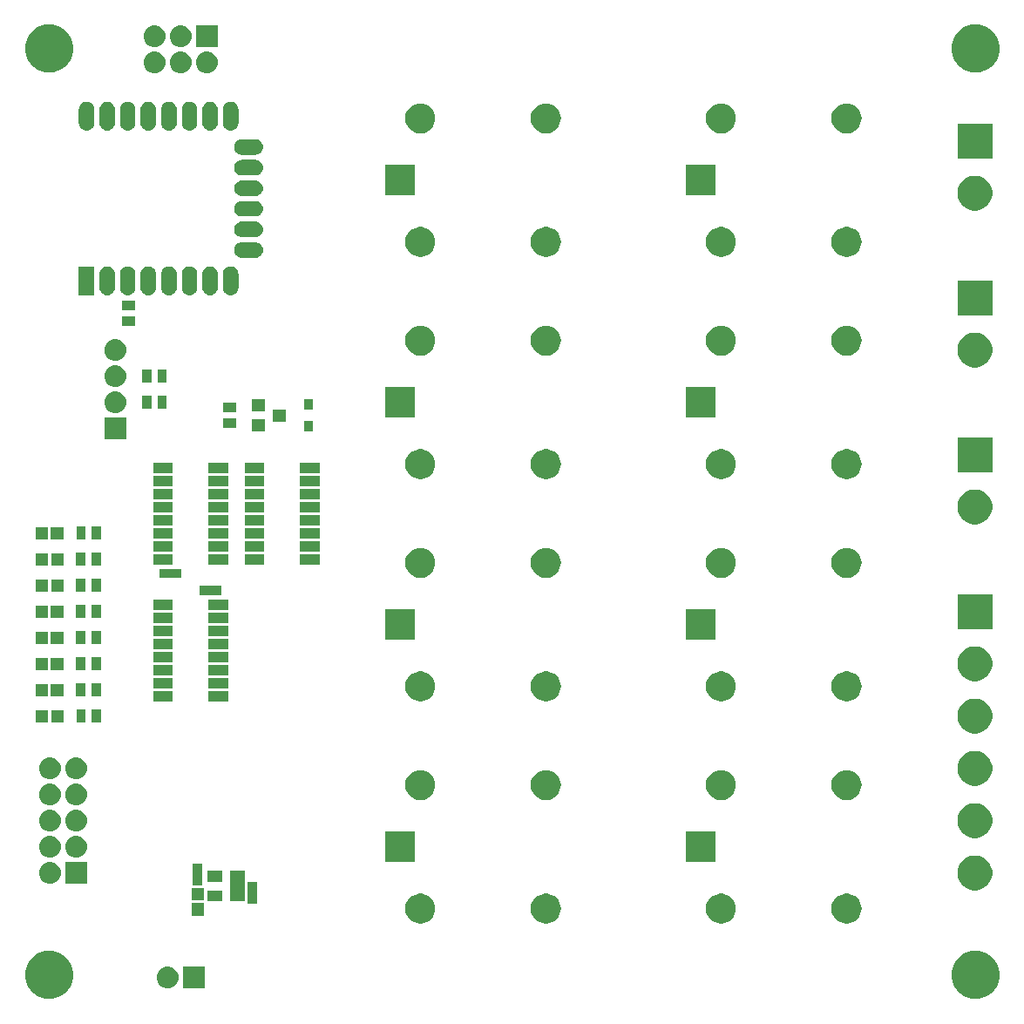
<source format=gts>
G04 #@! TF.GenerationSoftware,KiCad,Pcbnew,6.0.0-rc1-unknown-7b10490~66~ubuntu16.04.1*
G04 #@! TF.CreationDate,2018-10-31T23:07:41+01:00*
G04 #@! TF.ProjectId,exhaust_control,65786861-7573-4745-9f63-6f6e74726f6c,rev?*
G04 #@! TF.SameCoordinates,Original*
G04 #@! TF.FileFunction,Soldermask,Top*
G04 #@! TF.FilePolarity,Negative*
%FSLAX46Y46*%
G04 Gerber Fmt 4.6, Leading zero omitted, Abs format (unit mm)*
G04 Created by KiCad (PCBNEW 6.0.0-rc1-unknown-7b10490~66~ubuntu16.04.1) date Wed 31 Oct 2018 23:07:41 CET*
%MOMM*%
%LPD*%
G01*
G04 APERTURE LIST*
%ADD10C,0.100000*%
G04 APERTURE END LIST*
D10*
G36*
X95344959Y-92672577D02*
X95685470Y-92740309D01*
X96113143Y-92917457D01*
X96498038Y-93174636D01*
X96825364Y-93501962D01*
X97082543Y-93886857D01*
X97259691Y-94314530D01*
X97350000Y-94768545D01*
X97350000Y-95231455D01*
X97259691Y-95685470D01*
X97082543Y-96113143D01*
X96825364Y-96498038D01*
X96498038Y-96825364D01*
X96113143Y-97082543D01*
X95685470Y-97259691D01*
X95344959Y-97327423D01*
X95231456Y-97350000D01*
X94768544Y-97350000D01*
X94655041Y-97327423D01*
X94314530Y-97259691D01*
X93886857Y-97082543D01*
X93501962Y-96825364D01*
X93174636Y-96498038D01*
X92917457Y-96113143D01*
X92740309Y-95685470D01*
X92650000Y-95231455D01*
X92650000Y-94768545D01*
X92740309Y-94314530D01*
X92917457Y-93886857D01*
X93174636Y-93501962D01*
X93501962Y-93174636D01*
X93886857Y-92917457D01*
X94314530Y-92740309D01*
X94655041Y-92672577D01*
X94768544Y-92650000D01*
X95231456Y-92650000D01*
X95344959Y-92672577D01*
X95344959Y-92672577D01*
G37*
G36*
X5344959Y-92672577D02*
X5685470Y-92740309D01*
X6113143Y-92917457D01*
X6498038Y-93174636D01*
X6825364Y-93501962D01*
X7082543Y-93886857D01*
X7259691Y-94314530D01*
X7350000Y-94768545D01*
X7350000Y-95231455D01*
X7259691Y-95685470D01*
X7082543Y-96113143D01*
X6825364Y-96498038D01*
X6498038Y-96825364D01*
X6113143Y-97082543D01*
X5685470Y-97259691D01*
X5344959Y-97327423D01*
X5231456Y-97350000D01*
X4768544Y-97350000D01*
X4655041Y-97327423D01*
X4314530Y-97259691D01*
X3886857Y-97082543D01*
X3501962Y-96825364D01*
X3174636Y-96498038D01*
X2917457Y-96113143D01*
X2740309Y-95685470D01*
X2650000Y-95231455D01*
X2650000Y-94768545D01*
X2740309Y-94314530D01*
X2917457Y-93886857D01*
X3174636Y-93501962D01*
X3501962Y-93174636D01*
X3886857Y-92917457D01*
X4314530Y-92740309D01*
X4655041Y-92672577D01*
X4768544Y-92650000D01*
X5231456Y-92650000D01*
X5344959Y-92672577D01*
X5344959Y-92672577D01*
G37*
G36*
X16638707Y-94207596D02*
X16715836Y-94215193D01*
X16847787Y-94255220D01*
X16913763Y-94275233D01*
X17096172Y-94372733D01*
X17256054Y-94503946D01*
X17387267Y-94663828D01*
X17484767Y-94846237D01*
X17484767Y-94846238D01*
X17544807Y-95044164D01*
X17565080Y-95250000D01*
X17544807Y-95455836D01*
X17504780Y-95587787D01*
X17484767Y-95653763D01*
X17387267Y-95836172D01*
X17256054Y-95996054D01*
X17096172Y-96127267D01*
X16913763Y-96224767D01*
X16847787Y-96244780D01*
X16715836Y-96284807D01*
X16638707Y-96292403D01*
X16561580Y-96300000D01*
X16458420Y-96300000D01*
X16381293Y-96292403D01*
X16304164Y-96284807D01*
X16172213Y-96244780D01*
X16106237Y-96224767D01*
X15923828Y-96127267D01*
X15763946Y-95996054D01*
X15632733Y-95836172D01*
X15535233Y-95653763D01*
X15515220Y-95587787D01*
X15475193Y-95455836D01*
X15454920Y-95250000D01*
X15475193Y-95044164D01*
X15535233Y-94846238D01*
X15535233Y-94846237D01*
X15632733Y-94663828D01*
X15763946Y-94503946D01*
X15923828Y-94372733D01*
X16106237Y-94275233D01*
X16172213Y-94255220D01*
X16304164Y-94215193D01*
X16381293Y-94207596D01*
X16458420Y-94200000D01*
X16561580Y-94200000D01*
X16638707Y-94207596D01*
X16638707Y-94207596D01*
G37*
G36*
X20100000Y-96300000D02*
X18000000Y-96300000D01*
X18000000Y-94200000D01*
X20100000Y-94200000D01*
X20100000Y-96300000D01*
X20100000Y-96300000D01*
G37*
G36*
X53373830Y-87104196D02*
X53544250Y-87120981D01*
X53817576Y-87203894D01*
X54069474Y-87338536D01*
X54290265Y-87519735D01*
X54471464Y-87740526D01*
X54606106Y-87992424D01*
X54689019Y-88265750D01*
X54717015Y-88550000D01*
X54689019Y-88834250D01*
X54606106Y-89107576D01*
X54471464Y-89359474D01*
X54290265Y-89580265D01*
X54069474Y-89761464D01*
X53817576Y-89896106D01*
X53544250Y-89979019D01*
X53373830Y-89995804D01*
X53331226Y-90000000D01*
X53188774Y-90000000D01*
X53146170Y-89995804D01*
X52975750Y-89979019D01*
X52702424Y-89896106D01*
X52450526Y-89761464D01*
X52229735Y-89580265D01*
X52048536Y-89359474D01*
X51913894Y-89107576D01*
X51830981Y-88834250D01*
X51802985Y-88550000D01*
X51830981Y-88265750D01*
X51913894Y-87992424D01*
X52048536Y-87740526D01*
X52229735Y-87519735D01*
X52450526Y-87338536D01*
X52702424Y-87203894D01*
X52975750Y-87120981D01*
X53146170Y-87104196D01*
X53188774Y-87100000D01*
X53331226Y-87100000D01*
X53373830Y-87104196D01*
X53373830Y-87104196D01*
G37*
G36*
X70383830Y-87104196D02*
X70554250Y-87120981D01*
X70827576Y-87203894D01*
X71079474Y-87338536D01*
X71300265Y-87519735D01*
X71481464Y-87740526D01*
X71616106Y-87992424D01*
X71699019Y-88265750D01*
X71727015Y-88550000D01*
X71699019Y-88834250D01*
X71616106Y-89107576D01*
X71481464Y-89359474D01*
X71300265Y-89580265D01*
X71079474Y-89761464D01*
X70827576Y-89896106D01*
X70554250Y-89979019D01*
X70383830Y-89995804D01*
X70341226Y-90000000D01*
X70198774Y-90000000D01*
X70156170Y-89995804D01*
X69985750Y-89979019D01*
X69712424Y-89896106D01*
X69460526Y-89761464D01*
X69239735Y-89580265D01*
X69058536Y-89359474D01*
X68923894Y-89107576D01*
X68840981Y-88834250D01*
X68812985Y-88550000D01*
X68840981Y-88265750D01*
X68923894Y-87992424D01*
X69058536Y-87740526D01*
X69239735Y-87519735D01*
X69460526Y-87338536D01*
X69712424Y-87203894D01*
X69985750Y-87120981D01*
X70156170Y-87104196D01*
X70198774Y-87100000D01*
X70341226Y-87100000D01*
X70383830Y-87104196D01*
X70383830Y-87104196D01*
G37*
G36*
X82583830Y-87104196D02*
X82754250Y-87120981D01*
X83027576Y-87203894D01*
X83279474Y-87338536D01*
X83500265Y-87519735D01*
X83681464Y-87740526D01*
X83816106Y-87992424D01*
X83899019Y-88265750D01*
X83927015Y-88550000D01*
X83899019Y-88834250D01*
X83816106Y-89107576D01*
X83681464Y-89359474D01*
X83500265Y-89580265D01*
X83279474Y-89761464D01*
X83027576Y-89896106D01*
X82754250Y-89979019D01*
X82583830Y-89995804D01*
X82541226Y-90000000D01*
X82398774Y-90000000D01*
X82356170Y-89995804D01*
X82185750Y-89979019D01*
X81912424Y-89896106D01*
X81660526Y-89761464D01*
X81439735Y-89580265D01*
X81258536Y-89359474D01*
X81123894Y-89107576D01*
X81040981Y-88834250D01*
X81012985Y-88550000D01*
X81040981Y-88265750D01*
X81123894Y-87992424D01*
X81258536Y-87740526D01*
X81439735Y-87519735D01*
X81660526Y-87338536D01*
X81912424Y-87203894D01*
X82185750Y-87120981D01*
X82356170Y-87104196D01*
X82398774Y-87100000D01*
X82541226Y-87100000D01*
X82583830Y-87104196D01*
X82583830Y-87104196D01*
G37*
G36*
X41173830Y-87104196D02*
X41344250Y-87120981D01*
X41617576Y-87203894D01*
X41869474Y-87338536D01*
X42090265Y-87519735D01*
X42271464Y-87740526D01*
X42406106Y-87992424D01*
X42489019Y-88265750D01*
X42517015Y-88550000D01*
X42489019Y-88834250D01*
X42406106Y-89107576D01*
X42271464Y-89359474D01*
X42090265Y-89580265D01*
X41869474Y-89761464D01*
X41617576Y-89896106D01*
X41344250Y-89979019D01*
X41173830Y-89995804D01*
X41131226Y-90000000D01*
X40988774Y-90000000D01*
X40946170Y-89995804D01*
X40775750Y-89979019D01*
X40502424Y-89896106D01*
X40250526Y-89761464D01*
X40029735Y-89580265D01*
X39848536Y-89359474D01*
X39713894Y-89107576D01*
X39630981Y-88834250D01*
X39602985Y-88550000D01*
X39630981Y-88265750D01*
X39713894Y-87992424D01*
X39848536Y-87740526D01*
X40029735Y-87519735D01*
X40250526Y-87338536D01*
X40502424Y-87203894D01*
X40775750Y-87120981D01*
X40946170Y-87104196D01*
X40988774Y-87100000D01*
X41131226Y-87100000D01*
X41173830Y-87104196D01*
X41173830Y-87104196D01*
G37*
G36*
X20006000Y-89234000D02*
X18856000Y-89234000D01*
X18856000Y-88034000D01*
X20006000Y-88034000D01*
X20006000Y-89234000D01*
X20006000Y-89234000D01*
G37*
G36*
X25215000Y-88045000D02*
X24315000Y-88045000D01*
X24315000Y-85945000D01*
X25215000Y-85945000D01*
X25215000Y-88045000D01*
X25215000Y-88045000D01*
G37*
G36*
X24055000Y-87835000D02*
X22595000Y-87835000D01*
X22595000Y-84885000D01*
X24055000Y-84885000D01*
X24055000Y-87835000D01*
X24055000Y-87835000D01*
G37*
G36*
X21855000Y-87835000D02*
X20395000Y-87835000D01*
X20395000Y-86785000D01*
X21855000Y-86785000D01*
X21855000Y-87835000D01*
X21855000Y-87835000D01*
G37*
G36*
X20006000Y-87734000D02*
X18856000Y-87734000D01*
X18856000Y-86534000D01*
X20006000Y-86534000D01*
X20006000Y-87734000D01*
X20006000Y-87734000D01*
G37*
G36*
X95326393Y-83433553D02*
X95435872Y-83455330D01*
X95745252Y-83583479D01*
X96023687Y-83769523D01*
X96260477Y-84006313D01*
X96446521Y-84284748D01*
X96537267Y-84503829D01*
X96574670Y-84594129D01*
X96640000Y-84922563D01*
X96640000Y-85257437D01*
X96632362Y-85295834D01*
X96574670Y-85585872D01*
X96446521Y-85895252D01*
X96260477Y-86173687D01*
X96023687Y-86410477D01*
X95745252Y-86596521D01*
X95435872Y-86724670D01*
X95326393Y-86746447D01*
X95107437Y-86790000D01*
X94772563Y-86790000D01*
X94553607Y-86746447D01*
X94444128Y-86724670D01*
X94134748Y-86596521D01*
X93856313Y-86410477D01*
X93619523Y-86173687D01*
X93433479Y-85895252D01*
X93305330Y-85585872D01*
X93247638Y-85295834D01*
X93240000Y-85257437D01*
X93240000Y-84922563D01*
X93305330Y-84594129D01*
X93342733Y-84503829D01*
X93433479Y-84284748D01*
X93619523Y-84006313D01*
X93856313Y-83769523D01*
X94134748Y-83583479D01*
X94444128Y-83455330D01*
X94553607Y-83433553D01*
X94772563Y-83390000D01*
X95107437Y-83390000D01*
X95326393Y-83433553D01*
X95326393Y-83433553D01*
G37*
G36*
X19881000Y-86267000D02*
X18981000Y-86267000D01*
X18981000Y-84167000D01*
X19881000Y-84167000D01*
X19881000Y-86267000D01*
X19881000Y-86267000D01*
G37*
G36*
X5208707Y-84047596D02*
X5285836Y-84055193D01*
X5417787Y-84095220D01*
X5483763Y-84115233D01*
X5666172Y-84212733D01*
X5826054Y-84343946D01*
X5957267Y-84503828D01*
X6054767Y-84686237D01*
X6054767Y-84686238D01*
X6114807Y-84884164D01*
X6135080Y-85090000D01*
X6114807Y-85295836D01*
X6074780Y-85427787D01*
X6054767Y-85493763D01*
X5957267Y-85676172D01*
X5826054Y-85836054D01*
X5666172Y-85967267D01*
X5483763Y-86064767D01*
X5417787Y-86084780D01*
X5285836Y-86124807D01*
X5208707Y-86132403D01*
X5131580Y-86140000D01*
X5028420Y-86140000D01*
X4951293Y-86132403D01*
X4874164Y-86124807D01*
X4742213Y-86084780D01*
X4676237Y-86064767D01*
X4493828Y-85967267D01*
X4333946Y-85836054D01*
X4202733Y-85676172D01*
X4105233Y-85493763D01*
X4085220Y-85427787D01*
X4045193Y-85295836D01*
X4024920Y-85090000D01*
X4045193Y-84884164D01*
X4105233Y-84686238D01*
X4105233Y-84686237D01*
X4202733Y-84503828D01*
X4333946Y-84343946D01*
X4493828Y-84212733D01*
X4676237Y-84115233D01*
X4742213Y-84095220D01*
X4874164Y-84055193D01*
X4951293Y-84047596D01*
X5028420Y-84040000D01*
X5131580Y-84040000D01*
X5208707Y-84047596D01*
X5208707Y-84047596D01*
G37*
G36*
X8670000Y-86140000D02*
X6570000Y-86140000D01*
X6570000Y-84040000D01*
X8670000Y-84040000D01*
X8670000Y-86140000D01*
X8670000Y-86140000D01*
G37*
G36*
X21855000Y-85935000D02*
X20395000Y-85935000D01*
X20395000Y-84885000D01*
X21855000Y-84885000D01*
X21855000Y-85935000D01*
X21855000Y-85935000D01*
G37*
G36*
X69720000Y-84000000D02*
X66820000Y-84000000D01*
X66820000Y-81100000D01*
X69720000Y-81100000D01*
X69720000Y-84000000D01*
X69720000Y-84000000D01*
G37*
G36*
X40510000Y-84000000D02*
X37610000Y-84000000D01*
X37610000Y-81100000D01*
X40510000Y-81100000D01*
X40510000Y-84000000D01*
X40510000Y-84000000D01*
G37*
G36*
X5208707Y-81507597D02*
X5285836Y-81515193D01*
X5417787Y-81555220D01*
X5483763Y-81575233D01*
X5666172Y-81672733D01*
X5826054Y-81803946D01*
X5957267Y-81963828D01*
X6054767Y-82146237D01*
X6054767Y-82146238D01*
X6114807Y-82344164D01*
X6135080Y-82550000D01*
X6114807Y-82755836D01*
X6074780Y-82887787D01*
X6054767Y-82953763D01*
X5957267Y-83136172D01*
X5826054Y-83296054D01*
X5666172Y-83427267D01*
X5483763Y-83524767D01*
X5417787Y-83544780D01*
X5285836Y-83584807D01*
X5208707Y-83592404D01*
X5131580Y-83600000D01*
X5028420Y-83600000D01*
X4951293Y-83592404D01*
X4874164Y-83584807D01*
X4742213Y-83544780D01*
X4676237Y-83524767D01*
X4493828Y-83427267D01*
X4333946Y-83296054D01*
X4202733Y-83136172D01*
X4105233Y-82953763D01*
X4085220Y-82887787D01*
X4045193Y-82755836D01*
X4024920Y-82550000D01*
X4045193Y-82344164D01*
X4105233Y-82146238D01*
X4105233Y-82146237D01*
X4202733Y-81963828D01*
X4333946Y-81803946D01*
X4493828Y-81672733D01*
X4676237Y-81575233D01*
X4742213Y-81555220D01*
X4874164Y-81515193D01*
X4951293Y-81507597D01*
X5028420Y-81500000D01*
X5131580Y-81500000D01*
X5208707Y-81507597D01*
X5208707Y-81507597D01*
G37*
G36*
X7748707Y-81507597D02*
X7825836Y-81515193D01*
X7957787Y-81555220D01*
X8023763Y-81575233D01*
X8206172Y-81672733D01*
X8366054Y-81803946D01*
X8497267Y-81963828D01*
X8594767Y-82146237D01*
X8594767Y-82146238D01*
X8654807Y-82344164D01*
X8675080Y-82550000D01*
X8654807Y-82755836D01*
X8614780Y-82887787D01*
X8594767Y-82953763D01*
X8497267Y-83136172D01*
X8366054Y-83296054D01*
X8206172Y-83427267D01*
X8023763Y-83524767D01*
X7957787Y-83544780D01*
X7825836Y-83584807D01*
X7748707Y-83592404D01*
X7671580Y-83600000D01*
X7568420Y-83600000D01*
X7491293Y-83592404D01*
X7414164Y-83584807D01*
X7282213Y-83544780D01*
X7216237Y-83524767D01*
X7033828Y-83427267D01*
X6873946Y-83296054D01*
X6742733Y-83136172D01*
X6645233Y-82953763D01*
X6625220Y-82887787D01*
X6585193Y-82755836D01*
X6564920Y-82550000D01*
X6585193Y-82344164D01*
X6645233Y-82146238D01*
X6645233Y-82146237D01*
X6742733Y-81963828D01*
X6873946Y-81803946D01*
X7033828Y-81672733D01*
X7216237Y-81575233D01*
X7282213Y-81555220D01*
X7414164Y-81515193D01*
X7491293Y-81507597D01*
X7568420Y-81500000D01*
X7671580Y-81500000D01*
X7748707Y-81507597D01*
X7748707Y-81507597D01*
G37*
G36*
X95326393Y-78353553D02*
X95435872Y-78375330D01*
X95745252Y-78503479D01*
X96023687Y-78689523D01*
X96260477Y-78926313D01*
X96446521Y-79204748D01*
X96574670Y-79514128D01*
X96640000Y-79842565D01*
X96640000Y-80177435D01*
X96574670Y-80505872D01*
X96446521Y-80815252D01*
X96260477Y-81093687D01*
X96023687Y-81330477D01*
X95745252Y-81516521D01*
X95435872Y-81644670D01*
X95326393Y-81666447D01*
X95107437Y-81710000D01*
X94772563Y-81710000D01*
X94553607Y-81666447D01*
X94444128Y-81644670D01*
X94134748Y-81516521D01*
X93856313Y-81330477D01*
X93619523Y-81093687D01*
X93433479Y-80815252D01*
X93305330Y-80505872D01*
X93240000Y-80177435D01*
X93240000Y-79842565D01*
X93305330Y-79514128D01*
X93433479Y-79204748D01*
X93619523Y-78926313D01*
X93856313Y-78689523D01*
X94134748Y-78503479D01*
X94444128Y-78375330D01*
X94553607Y-78353553D01*
X94772563Y-78310000D01*
X95107437Y-78310000D01*
X95326393Y-78353553D01*
X95326393Y-78353553D01*
G37*
G36*
X5208707Y-78967597D02*
X5285836Y-78975193D01*
X5417787Y-79015220D01*
X5483763Y-79035233D01*
X5666172Y-79132733D01*
X5826054Y-79263946D01*
X5957267Y-79423828D01*
X6054767Y-79606237D01*
X6054767Y-79606238D01*
X6114807Y-79804164D01*
X6135080Y-80010000D01*
X6114807Y-80215836D01*
X6074780Y-80347787D01*
X6054767Y-80413763D01*
X5957267Y-80596172D01*
X5826054Y-80756054D01*
X5666172Y-80887267D01*
X5483763Y-80984767D01*
X5417787Y-81004780D01*
X5285836Y-81044807D01*
X5208707Y-81052404D01*
X5131580Y-81060000D01*
X5028420Y-81060000D01*
X4951293Y-81052404D01*
X4874164Y-81044807D01*
X4742213Y-81004780D01*
X4676237Y-80984767D01*
X4493828Y-80887267D01*
X4333946Y-80756054D01*
X4202733Y-80596172D01*
X4105233Y-80413763D01*
X4085220Y-80347787D01*
X4045193Y-80215836D01*
X4024920Y-80010000D01*
X4045193Y-79804164D01*
X4105233Y-79606238D01*
X4105233Y-79606237D01*
X4202733Y-79423828D01*
X4333946Y-79263946D01*
X4493828Y-79132733D01*
X4676237Y-79035233D01*
X4742213Y-79015220D01*
X4874164Y-78975193D01*
X4951293Y-78967597D01*
X5028420Y-78960000D01*
X5131580Y-78960000D01*
X5208707Y-78967597D01*
X5208707Y-78967597D01*
G37*
G36*
X7748707Y-78967597D02*
X7825836Y-78975193D01*
X7957787Y-79015220D01*
X8023763Y-79035233D01*
X8206172Y-79132733D01*
X8366054Y-79263946D01*
X8497267Y-79423828D01*
X8594767Y-79606237D01*
X8594767Y-79606238D01*
X8654807Y-79804164D01*
X8675080Y-80010000D01*
X8654807Y-80215836D01*
X8614780Y-80347787D01*
X8594767Y-80413763D01*
X8497267Y-80596172D01*
X8366054Y-80756054D01*
X8206172Y-80887267D01*
X8023763Y-80984767D01*
X7957787Y-81004780D01*
X7825836Y-81044807D01*
X7748707Y-81052404D01*
X7671580Y-81060000D01*
X7568420Y-81060000D01*
X7491293Y-81052404D01*
X7414164Y-81044807D01*
X7282213Y-81004780D01*
X7216237Y-80984767D01*
X7033828Y-80887267D01*
X6873946Y-80756054D01*
X6742733Y-80596172D01*
X6645233Y-80413763D01*
X6625220Y-80347787D01*
X6585193Y-80215836D01*
X6564920Y-80010000D01*
X6585193Y-79804164D01*
X6645233Y-79606238D01*
X6645233Y-79606237D01*
X6742733Y-79423828D01*
X6873946Y-79263946D01*
X7033828Y-79132733D01*
X7216237Y-79035233D01*
X7282213Y-79015220D01*
X7414164Y-78975193D01*
X7491293Y-78967597D01*
X7568420Y-78960000D01*
X7671580Y-78960000D01*
X7748707Y-78967597D01*
X7748707Y-78967597D01*
G37*
G36*
X7748707Y-76427597D02*
X7825836Y-76435193D01*
X7957787Y-76475220D01*
X8023763Y-76495233D01*
X8206172Y-76592733D01*
X8366054Y-76723946D01*
X8497267Y-76883828D01*
X8594767Y-77066237D01*
X8594767Y-77066238D01*
X8654807Y-77264164D01*
X8675080Y-77470000D01*
X8654807Y-77675836D01*
X8628833Y-77761462D01*
X8594767Y-77873763D01*
X8497267Y-78056172D01*
X8366054Y-78216054D01*
X8206172Y-78347267D01*
X8023763Y-78444767D01*
X7957787Y-78464780D01*
X7825836Y-78504807D01*
X7748707Y-78512404D01*
X7671580Y-78520000D01*
X7568420Y-78520000D01*
X7491293Y-78512404D01*
X7414164Y-78504807D01*
X7282213Y-78464780D01*
X7216237Y-78444767D01*
X7033828Y-78347267D01*
X6873946Y-78216054D01*
X6742733Y-78056172D01*
X6645233Y-77873763D01*
X6611167Y-77761462D01*
X6585193Y-77675836D01*
X6564920Y-77470000D01*
X6585193Y-77264164D01*
X6645233Y-77066238D01*
X6645233Y-77066237D01*
X6742733Y-76883828D01*
X6873946Y-76723946D01*
X7033828Y-76592733D01*
X7216237Y-76495233D01*
X7282213Y-76475220D01*
X7414164Y-76435193D01*
X7491293Y-76427597D01*
X7568420Y-76420000D01*
X7671580Y-76420000D01*
X7748707Y-76427597D01*
X7748707Y-76427597D01*
G37*
G36*
X5208707Y-76427597D02*
X5285836Y-76435193D01*
X5417787Y-76475220D01*
X5483763Y-76495233D01*
X5666172Y-76592733D01*
X5826054Y-76723946D01*
X5957267Y-76883828D01*
X6054767Y-77066237D01*
X6054767Y-77066238D01*
X6114807Y-77264164D01*
X6135080Y-77470000D01*
X6114807Y-77675836D01*
X6088833Y-77761462D01*
X6054767Y-77873763D01*
X5957267Y-78056172D01*
X5826054Y-78216054D01*
X5666172Y-78347267D01*
X5483763Y-78444767D01*
X5417787Y-78464780D01*
X5285836Y-78504807D01*
X5208707Y-78512404D01*
X5131580Y-78520000D01*
X5028420Y-78520000D01*
X4951293Y-78512404D01*
X4874164Y-78504807D01*
X4742213Y-78464780D01*
X4676237Y-78444767D01*
X4493828Y-78347267D01*
X4333946Y-78216054D01*
X4202733Y-78056172D01*
X4105233Y-77873763D01*
X4071167Y-77761462D01*
X4045193Y-77675836D01*
X4024920Y-77470000D01*
X4045193Y-77264164D01*
X4105233Y-77066238D01*
X4105233Y-77066237D01*
X4202733Y-76883828D01*
X4333946Y-76723946D01*
X4493828Y-76592733D01*
X4676237Y-76495233D01*
X4742213Y-76475220D01*
X4874164Y-76435193D01*
X4951293Y-76427597D01*
X5028420Y-76420000D01*
X5131580Y-76420000D01*
X5208707Y-76427597D01*
X5208707Y-76427597D01*
G37*
G36*
X82583830Y-75104196D02*
X82754250Y-75120981D01*
X83027576Y-75203894D01*
X83279474Y-75338536D01*
X83500265Y-75519735D01*
X83681464Y-75740526D01*
X83816106Y-75992424D01*
X83899019Y-76265750D01*
X83927015Y-76550000D01*
X83899019Y-76834250D01*
X83816106Y-77107576D01*
X83681464Y-77359474D01*
X83500265Y-77580265D01*
X83279474Y-77761464D01*
X83027576Y-77896106D01*
X82754250Y-77979019D01*
X82583830Y-77995804D01*
X82541226Y-78000000D01*
X82398774Y-78000000D01*
X82356170Y-77995804D01*
X82185750Y-77979019D01*
X81912424Y-77896106D01*
X81660526Y-77761464D01*
X81439735Y-77580265D01*
X81258536Y-77359474D01*
X81123894Y-77107576D01*
X81040981Y-76834250D01*
X81012985Y-76550000D01*
X81040981Y-76265750D01*
X81123894Y-75992424D01*
X81258536Y-75740526D01*
X81439735Y-75519735D01*
X81660526Y-75338536D01*
X81912424Y-75203894D01*
X82185750Y-75120981D01*
X82356170Y-75104196D01*
X82398774Y-75100000D01*
X82541226Y-75100000D01*
X82583830Y-75104196D01*
X82583830Y-75104196D01*
G37*
G36*
X70383830Y-75104196D02*
X70554250Y-75120981D01*
X70827576Y-75203894D01*
X71079474Y-75338536D01*
X71300265Y-75519735D01*
X71481464Y-75740526D01*
X71616106Y-75992424D01*
X71699019Y-76265750D01*
X71727015Y-76550000D01*
X71699019Y-76834250D01*
X71616106Y-77107576D01*
X71481464Y-77359474D01*
X71300265Y-77580265D01*
X71079474Y-77761464D01*
X70827576Y-77896106D01*
X70554250Y-77979019D01*
X70383830Y-77995804D01*
X70341226Y-78000000D01*
X70198774Y-78000000D01*
X70156170Y-77995804D01*
X69985750Y-77979019D01*
X69712424Y-77896106D01*
X69460526Y-77761464D01*
X69239735Y-77580265D01*
X69058536Y-77359474D01*
X68923894Y-77107576D01*
X68840981Y-76834250D01*
X68812985Y-76550000D01*
X68840981Y-76265750D01*
X68923894Y-75992424D01*
X69058536Y-75740526D01*
X69239735Y-75519735D01*
X69460526Y-75338536D01*
X69712424Y-75203894D01*
X69985750Y-75120981D01*
X70156170Y-75104196D01*
X70198774Y-75100000D01*
X70341226Y-75100000D01*
X70383830Y-75104196D01*
X70383830Y-75104196D01*
G37*
G36*
X53373830Y-75104196D02*
X53544250Y-75120981D01*
X53817576Y-75203894D01*
X54069474Y-75338536D01*
X54290265Y-75519735D01*
X54471464Y-75740526D01*
X54606106Y-75992424D01*
X54689019Y-76265750D01*
X54717015Y-76550000D01*
X54689019Y-76834250D01*
X54606106Y-77107576D01*
X54471464Y-77359474D01*
X54290265Y-77580265D01*
X54069474Y-77761464D01*
X53817576Y-77896106D01*
X53544250Y-77979019D01*
X53373830Y-77995804D01*
X53331226Y-78000000D01*
X53188774Y-78000000D01*
X53146170Y-77995804D01*
X52975750Y-77979019D01*
X52702424Y-77896106D01*
X52450526Y-77761464D01*
X52229735Y-77580265D01*
X52048536Y-77359474D01*
X51913894Y-77107576D01*
X51830981Y-76834250D01*
X51802985Y-76550000D01*
X51830981Y-76265750D01*
X51913894Y-75992424D01*
X52048536Y-75740526D01*
X52229735Y-75519735D01*
X52450526Y-75338536D01*
X52702424Y-75203894D01*
X52975750Y-75120981D01*
X53146170Y-75104196D01*
X53188774Y-75100000D01*
X53331226Y-75100000D01*
X53373830Y-75104196D01*
X53373830Y-75104196D01*
G37*
G36*
X41173830Y-75104196D02*
X41344250Y-75120981D01*
X41617576Y-75203894D01*
X41869474Y-75338536D01*
X42090265Y-75519735D01*
X42271464Y-75740526D01*
X42406106Y-75992424D01*
X42489019Y-76265750D01*
X42517015Y-76550000D01*
X42489019Y-76834250D01*
X42406106Y-77107576D01*
X42271464Y-77359474D01*
X42090265Y-77580265D01*
X41869474Y-77761464D01*
X41617576Y-77896106D01*
X41344250Y-77979019D01*
X41173830Y-77995804D01*
X41131226Y-78000000D01*
X40988774Y-78000000D01*
X40946170Y-77995804D01*
X40775750Y-77979019D01*
X40502424Y-77896106D01*
X40250526Y-77761464D01*
X40029735Y-77580265D01*
X39848536Y-77359474D01*
X39713894Y-77107576D01*
X39630981Y-76834250D01*
X39602985Y-76550000D01*
X39630981Y-76265750D01*
X39713894Y-75992424D01*
X39848536Y-75740526D01*
X40029735Y-75519735D01*
X40250526Y-75338536D01*
X40502424Y-75203894D01*
X40775750Y-75120981D01*
X40946170Y-75104196D01*
X40988774Y-75100000D01*
X41131226Y-75100000D01*
X41173830Y-75104196D01*
X41173830Y-75104196D01*
G37*
G36*
X95326393Y-73273553D02*
X95435872Y-73295330D01*
X95745252Y-73423479D01*
X96023687Y-73609523D01*
X96260477Y-73846313D01*
X96446521Y-74124748D01*
X96537267Y-74343829D01*
X96574670Y-74434129D01*
X96640000Y-74762563D01*
X96640000Y-75097437D01*
X96632362Y-75135834D01*
X96574670Y-75425872D01*
X96446521Y-75735252D01*
X96260477Y-76013687D01*
X96023687Y-76250477D01*
X95745252Y-76436521D01*
X95435872Y-76564670D01*
X95326393Y-76586447D01*
X95107437Y-76630000D01*
X94772563Y-76630000D01*
X94553607Y-76586447D01*
X94444128Y-76564670D01*
X94134748Y-76436521D01*
X93856313Y-76250477D01*
X93619523Y-76013687D01*
X93433479Y-75735252D01*
X93305330Y-75425872D01*
X93247638Y-75135834D01*
X93240000Y-75097437D01*
X93240000Y-74762563D01*
X93305330Y-74434129D01*
X93342733Y-74343829D01*
X93433479Y-74124748D01*
X93619523Y-73846313D01*
X93856313Y-73609523D01*
X94134748Y-73423479D01*
X94444128Y-73295330D01*
X94553607Y-73273553D01*
X94772563Y-73230000D01*
X95107437Y-73230000D01*
X95326393Y-73273553D01*
X95326393Y-73273553D01*
G37*
G36*
X7748707Y-73887597D02*
X7825836Y-73895193D01*
X7957787Y-73935220D01*
X8023763Y-73955233D01*
X8206172Y-74052733D01*
X8366054Y-74183946D01*
X8497267Y-74343828D01*
X8594767Y-74526237D01*
X8594767Y-74526238D01*
X8654807Y-74724164D01*
X8675080Y-74930000D01*
X8654807Y-75135836D01*
X8614780Y-75267787D01*
X8594767Y-75333763D01*
X8497267Y-75516172D01*
X8366054Y-75676054D01*
X8206172Y-75807267D01*
X8023763Y-75904767D01*
X7957787Y-75924780D01*
X7825836Y-75964807D01*
X7748707Y-75972404D01*
X7671580Y-75980000D01*
X7568420Y-75980000D01*
X7491293Y-75972404D01*
X7414164Y-75964807D01*
X7282213Y-75924780D01*
X7216237Y-75904767D01*
X7033828Y-75807267D01*
X6873946Y-75676054D01*
X6742733Y-75516172D01*
X6645233Y-75333763D01*
X6625220Y-75267787D01*
X6585193Y-75135836D01*
X6564920Y-74930000D01*
X6585193Y-74724164D01*
X6645233Y-74526238D01*
X6645233Y-74526237D01*
X6742733Y-74343828D01*
X6873946Y-74183946D01*
X7033828Y-74052733D01*
X7216237Y-73955233D01*
X7282213Y-73935220D01*
X7414164Y-73895193D01*
X7491293Y-73887597D01*
X7568420Y-73880000D01*
X7671580Y-73880000D01*
X7748707Y-73887597D01*
X7748707Y-73887597D01*
G37*
G36*
X5208707Y-73887597D02*
X5285836Y-73895193D01*
X5417787Y-73935220D01*
X5483763Y-73955233D01*
X5666172Y-74052733D01*
X5826054Y-74183946D01*
X5957267Y-74343828D01*
X6054767Y-74526237D01*
X6054767Y-74526238D01*
X6114807Y-74724164D01*
X6135080Y-74930000D01*
X6114807Y-75135836D01*
X6074780Y-75267787D01*
X6054767Y-75333763D01*
X5957267Y-75516172D01*
X5826054Y-75676054D01*
X5666172Y-75807267D01*
X5483763Y-75904767D01*
X5417787Y-75924780D01*
X5285836Y-75964807D01*
X5208707Y-75972404D01*
X5131580Y-75980000D01*
X5028420Y-75980000D01*
X4951293Y-75972404D01*
X4874164Y-75964807D01*
X4742213Y-75924780D01*
X4676237Y-75904767D01*
X4493828Y-75807267D01*
X4333946Y-75676054D01*
X4202733Y-75516172D01*
X4105233Y-75333763D01*
X4085220Y-75267787D01*
X4045193Y-75135836D01*
X4024920Y-74930000D01*
X4045193Y-74724164D01*
X4105233Y-74526238D01*
X4105233Y-74526237D01*
X4202733Y-74343828D01*
X4333946Y-74183946D01*
X4493828Y-74052733D01*
X4676237Y-73955233D01*
X4742213Y-73935220D01*
X4874164Y-73895193D01*
X4951293Y-73887597D01*
X5028420Y-73880000D01*
X5131580Y-73880000D01*
X5208707Y-73887597D01*
X5208707Y-73887597D01*
G37*
G36*
X95326393Y-68193553D02*
X95435872Y-68215330D01*
X95745252Y-68343479D01*
X96023687Y-68529523D01*
X96260477Y-68766313D01*
X96446521Y-69044748D01*
X96574670Y-69354128D01*
X96640000Y-69682565D01*
X96640000Y-70017435D01*
X96574670Y-70345872D01*
X96446521Y-70655252D01*
X96260477Y-70933687D01*
X96023687Y-71170477D01*
X95745252Y-71356521D01*
X95435872Y-71484670D01*
X95326393Y-71506447D01*
X95107437Y-71550000D01*
X94772563Y-71550000D01*
X94553607Y-71506447D01*
X94444128Y-71484670D01*
X94134748Y-71356521D01*
X93856313Y-71170477D01*
X93619523Y-70933687D01*
X93433479Y-70655252D01*
X93305330Y-70345872D01*
X93240000Y-70017435D01*
X93240000Y-69682565D01*
X93305330Y-69354128D01*
X93433479Y-69044748D01*
X93619523Y-68766313D01*
X93856313Y-68529523D01*
X94134748Y-68343479D01*
X94444128Y-68215330D01*
X94553607Y-68193553D01*
X94772563Y-68150000D01*
X95107437Y-68150000D01*
X95326393Y-68193553D01*
X95326393Y-68193553D01*
G37*
G36*
X8546000Y-70500000D02*
X7646000Y-70500000D01*
X7646000Y-69200000D01*
X8546000Y-69200000D01*
X8546000Y-70500000D01*
X8546000Y-70500000D01*
G37*
G36*
X10046000Y-70500000D02*
X9146000Y-70500000D01*
X9146000Y-69200000D01*
X10046000Y-69200000D01*
X10046000Y-70500000D01*
X10046000Y-70500000D01*
G37*
G36*
X6384780Y-70448780D02*
X5187220Y-70448780D01*
X5187220Y-69251220D01*
X6384780Y-69251220D01*
X6384780Y-70448780D01*
X6384780Y-70448780D01*
G37*
G36*
X4886180Y-70448780D02*
X3688620Y-70448780D01*
X3688620Y-69251220D01*
X4886180Y-69251220D01*
X4886180Y-70448780D01*
X4886180Y-70448780D01*
G37*
G36*
X22390000Y-68445000D02*
X20490000Y-68445000D01*
X20490000Y-67445000D01*
X22390000Y-67445000D01*
X22390000Y-68445000D01*
X22390000Y-68445000D01*
G37*
G36*
X16990000Y-68445000D02*
X15090000Y-68445000D01*
X15090000Y-67445000D01*
X16990000Y-67445000D01*
X16990000Y-68445000D01*
X16990000Y-68445000D01*
G37*
G36*
X82583830Y-65514196D02*
X82754250Y-65530981D01*
X83027576Y-65613894D01*
X83279474Y-65748536D01*
X83500265Y-65929735D01*
X83681464Y-66150526D01*
X83816106Y-66402424D01*
X83899019Y-66675750D01*
X83927015Y-66960000D01*
X83899019Y-67244250D01*
X83816106Y-67517576D01*
X83681464Y-67769474D01*
X83500265Y-67990265D01*
X83279474Y-68171464D01*
X83027576Y-68306106D01*
X82754250Y-68389019D01*
X82583830Y-68405804D01*
X82541226Y-68410000D01*
X82398774Y-68410000D01*
X82356170Y-68405804D01*
X82185750Y-68389019D01*
X81912424Y-68306106D01*
X81660526Y-68171464D01*
X81439735Y-67990265D01*
X81258536Y-67769474D01*
X81123894Y-67517576D01*
X81040981Y-67244250D01*
X81012985Y-66960000D01*
X81040981Y-66675750D01*
X81123894Y-66402424D01*
X81258536Y-66150526D01*
X81439735Y-65929735D01*
X81660526Y-65748536D01*
X81912424Y-65613894D01*
X82185750Y-65530981D01*
X82356170Y-65514196D01*
X82398774Y-65510000D01*
X82541226Y-65510000D01*
X82583830Y-65514196D01*
X82583830Y-65514196D01*
G37*
G36*
X41173830Y-65514196D02*
X41344250Y-65530981D01*
X41617576Y-65613894D01*
X41869474Y-65748536D01*
X42090265Y-65929735D01*
X42271464Y-66150526D01*
X42406106Y-66402424D01*
X42489019Y-66675750D01*
X42517015Y-66960000D01*
X42489019Y-67244250D01*
X42406106Y-67517576D01*
X42271464Y-67769474D01*
X42090265Y-67990265D01*
X41869474Y-68171464D01*
X41617576Y-68306106D01*
X41344250Y-68389019D01*
X41173830Y-68405804D01*
X41131226Y-68410000D01*
X40988774Y-68410000D01*
X40946170Y-68405804D01*
X40775750Y-68389019D01*
X40502424Y-68306106D01*
X40250526Y-68171464D01*
X40029735Y-67990265D01*
X39848536Y-67769474D01*
X39713894Y-67517576D01*
X39630981Y-67244250D01*
X39602985Y-66960000D01*
X39630981Y-66675750D01*
X39713894Y-66402424D01*
X39848536Y-66150526D01*
X40029735Y-65929735D01*
X40250526Y-65748536D01*
X40502424Y-65613894D01*
X40775750Y-65530981D01*
X40946170Y-65514196D01*
X40988774Y-65510000D01*
X41131226Y-65510000D01*
X41173830Y-65514196D01*
X41173830Y-65514196D01*
G37*
G36*
X53373830Y-65514196D02*
X53544250Y-65530981D01*
X53817576Y-65613894D01*
X54069474Y-65748536D01*
X54290265Y-65929735D01*
X54471464Y-66150526D01*
X54606106Y-66402424D01*
X54689019Y-66675750D01*
X54717015Y-66960000D01*
X54689019Y-67244250D01*
X54606106Y-67517576D01*
X54471464Y-67769474D01*
X54290265Y-67990265D01*
X54069474Y-68171464D01*
X53817576Y-68306106D01*
X53544250Y-68389019D01*
X53373830Y-68405804D01*
X53331226Y-68410000D01*
X53188774Y-68410000D01*
X53146170Y-68405804D01*
X52975750Y-68389019D01*
X52702424Y-68306106D01*
X52450526Y-68171464D01*
X52229735Y-67990265D01*
X52048536Y-67769474D01*
X51913894Y-67517576D01*
X51830981Y-67244250D01*
X51802985Y-66960000D01*
X51830981Y-66675750D01*
X51913894Y-66402424D01*
X52048536Y-66150526D01*
X52229735Y-65929735D01*
X52450526Y-65748536D01*
X52702424Y-65613894D01*
X52975750Y-65530981D01*
X53146170Y-65514196D01*
X53188774Y-65510000D01*
X53331226Y-65510000D01*
X53373830Y-65514196D01*
X53373830Y-65514196D01*
G37*
G36*
X70383830Y-65514196D02*
X70554250Y-65530981D01*
X70827576Y-65613894D01*
X71079474Y-65748536D01*
X71300265Y-65929735D01*
X71481464Y-66150526D01*
X71616106Y-66402424D01*
X71699019Y-66675750D01*
X71727015Y-66960000D01*
X71699019Y-67244250D01*
X71616106Y-67517576D01*
X71481464Y-67769474D01*
X71300265Y-67990265D01*
X71079474Y-68171464D01*
X70827576Y-68306106D01*
X70554250Y-68389019D01*
X70383830Y-68405804D01*
X70341226Y-68410000D01*
X70198774Y-68410000D01*
X70156170Y-68405804D01*
X69985750Y-68389019D01*
X69712424Y-68306106D01*
X69460526Y-68171464D01*
X69239735Y-67990265D01*
X69058536Y-67769474D01*
X68923894Y-67517576D01*
X68840981Y-67244250D01*
X68812985Y-66960000D01*
X68840981Y-66675750D01*
X68923894Y-66402424D01*
X69058536Y-66150526D01*
X69239735Y-65929735D01*
X69460526Y-65748536D01*
X69712424Y-65613894D01*
X69985750Y-65530981D01*
X70156170Y-65514196D01*
X70198774Y-65510000D01*
X70341226Y-65510000D01*
X70383830Y-65514196D01*
X70383830Y-65514196D01*
G37*
G36*
X10034000Y-67960000D02*
X9134000Y-67960000D01*
X9134000Y-66660000D01*
X10034000Y-66660000D01*
X10034000Y-67960000D01*
X10034000Y-67960000D01*
G37*
G36*
X8534000Y-67960000D02*
X7634000Y-67960000D01*
X7634000Y-66660000D01*
X8534000Y-66660000D01*
X8534000Y-67960000D01*
X8534000Y-67960000D01*
G37*
G36*
X6372080Y-67908780D02*
X5174520Y-67908780D01*
X5174520Y-66711220D01*
X6372080Y-66711220D01*
X6372080Y-67908780D01*
X6372080Y-67908780D01*
G37*
G36*
X4873480Y-67908780D02*
X3675920Y-67908780D01*
X3675920Y-66711220D01*
X4873480Y-66711220D01*
X4873480Y-67908780D01*
X4873480Y-67908780D01*
G37*
G36*
X22390000Y-67175000D02*
X20490000Y-67175000D01*
X20490000Y-66175000D01*
X22390000Y-66175000D01*
X22390000Y-67175000D01*
X22390000Y-67175000D01*
G37*
G36*
X16990000Y-67175000D02*
X15090000Y-67175000D01*
X15090000Y-66175000D01*
X16990000Y-66175000D01*
X16990000Y-67175000D01*
X16990000Y-67175000D01*
G37*
G36*
X95326393Y-63113553D02*
X95435872Y-63135330D01*
X95745252Y-63263479D01*
X96023687Y-63449523D01*
X96260477Y-63686313D01*
X96446521Y-63964748D01*
X96574670Y-64274128D01*
X96640000Y-64602565D01*
X96640000Y-64937435D01*
X96574670Y-65265872D01*
X96446521Y-65575252D01*
X96260477Y-65853687D01*
X96023687Y-66090477D01*
X95745252Y-66276521D01*
X95435872Y-66404670D01*
X95326393Y-66426447D01*
X95107437Y-66470000D01*
X94772563Y-66470000D01*
X94553607Y-66426447D01*
X94444128Y-66404670D01*
X94134748Y-66276521D01*
X93856313Y-66090477D01*
X93619523Y-65853687D01*
X93433479Y-65575252D01*
X93305330Y-65265872D01*
X93240000Y-64937435D01*
X93240000Y-64602565D01*
X93305330Y-64274128D01*
X93433479Y-63964748D01*
X93619523Y-63686313D01*
X93856313Y-63449523D01*
X94134748Y-63263479D01*
X94444128Y-63135330D01*
X94553607Y-63113553D01*
X94772563Y-63070000D01*
X95107437Y-63070000D01*
X95326393Y-63113553D01*
X95326393Y-63113553D01*
G37*
G36*
X22390000Y-65905000D02*
X20490000Y-65905000D01*
X20490000Y-64905000D01*
X22390000Y-64905000D01*
X22390000Y-65905000D01*
X22390000Y-65905000D01*
G37*
G36*
X16990000Y-65905000D02*
X15090000Y-65905000D01*
X15090000Y-64905000D01*
X16990000Y-64905000D01*
X16990000Y-65905000D01*
X16990000Y-65905000D01*
G37*
G36*
X8534000Y-65420000D02*
X7634000Y-65420000D01*
X7634000Y-64120000D01*
X8534000Y-64120000D01*
X8534000Y-65420000D01*
X8534000Y-65420000D01*
G37*
G36*
X10034000Y-65420000D02*
X9134000Y-65420000D01*
X9134000Y-64120000D01*
X10034000Y-64120000D01*
X10034000Y-65420000D01*
X10034000Y-65420000D01*
G37*
G36*
X6372080Y-65368780D02*
X5174520Y-65368780D01*
X5174520Y-64171220D01*
X6372080Y-64171220D01*
X6372080Y-65368780D01*
X6372080Y-65368780D01*
G37*
G36*
X4873480Y-65368780D02*
X3675920Y-65368780D01*
X3675920Y-64171220D01*
X4873480Y-64171220D01*
X4873480Y-65368780D01*
X4873480Y-65368780D01*
G37*
G36*
X16990000Y-64635000D02*
X15090000Y-64635000D01*
X15090000Y-63635000D01*
X16990000Y-63635000D01*
X16990000Y-64635000D01*
X16990000Y-64635000D01*
G37*
G36*
X22390000Y-64635000D02*
X20490000Y-64635000D01*
X20490000Y-63635000D01*
X22390000Y-63635000D01*
X22390000Y-64635000D01*
X22390000Y-64635000D01*
G37*
G36*
X16990000Y-63365000D02*
X15090000Y-63365000D01*
X15090000Y-62365000D01*
X16990000Y-62365000D01*
X16990000Y-63365000D01*
X16990000Y-63365000D01*
G37*
G36*
X22390000Y-63365000D02*
X20490000Y-63365000D01*
X20490000Y-62365000D01*
X22390000Y-62365000D01*
X22390000Y-63365000D01*
X22390000Y-63365000D01*
G37*
G36*
X8534000Y-62880000D02*
X7634000Y-62880000D01*
X7634000Y-61580000D01*
X8534000Y-61580000D01*
X8534000Y-62880000D01*
X8534000Y-62880000D01*
G37*
G36*
X10034000Y-62880000D02*
X9134000Y-62880000D01*
X9134000Y-61580000D01*
X10034000Y-61580000D01*
X10034000Y-62880000D01*
X10034000Y-62880000D01*
G37*
G36*
X4873480Y-62828780D02*
X3675920Y-62828780D01*
X3675920Y-61631220D01*
X4873480Y-61631220D01*
X4873480Y-62828780D01*
X4873480Y-62828780D01*
G37*
G36*
X6372080Y-62828780D02*
X5174520Y-62828780D01*
X5174520Y-61631220D01*
X6372080Y-61631220D01*
X6372080Y-62828780D01*
X6372080Y-62828780D01*
G37*
G36*
X69720000Y-62410000D02*
X66820000Y-62410000D01*
X66820000Y-59510000D01*
X69720000Y-59510000D01*
X69720000Y-62410000D01*
X69720000Y-62410000D01*
G37*
G36*
X40510000Y-62410000D02*
X37610000Y-62410000D01*
X37610000Y-59510000D01*
X40510000Y-59510000D01*
X40510000Y-62410000D01*
X40510000Y-62410000D01*
G37*
G36*
X16990000Y-62095000D02*
X15090000Y-62095000D01*
X15090000Y-61095000D01*
X16990000Y-61095000D01*
X16990000Y-62095000D01*
X16990000Y-62095000D01*
G37*
G36*
X22390000Y-62095000D02*
X20490000Y-62095000D01*
X20490000Y-61095000D01*
X22390000Y-61095000D01*
X22390000Y-62095000D01*
X22390000Y-62095000D01*
G37*
G36*
X96640000Y-61390000D02*
X93240000Y-61390000D01*
X93240000Y-57990000D01*
X96640000Y-57990000D01*
X96640000Y-61390000D01*
X96640000Y-61390000D01*
G37*
G36*
X16990000Y-60825000D02*
X15090000Y-60825000D01*
X15090000Y-59825000D01*
X16990000Y-59825000D01*
X16990000Y-60825000D01*
X16990000Y-60825000D01*
G37*
G36*
X22390000Y-60825000D02*
X20490000Y-60825000D01*
X20490000Y-59825000D01*
X22390000Y-59825000D01*
X22390000Y-60825000D01*
X22390000Y-60825000D01*
G37*
G36*
X10034000Y-60340000D02*
X9134000Y-60340000D01*
X9134000Y-59040000D01*
X10034000Y-59040000D01*
X10034000Y-60340000D01*
X10034000Y-60340000D01*
G37*
G36*
X8534000Y-60340000D02*
X7634000Y-60340000D01*
X7634000Y-59040000D01*
X8534000Y-59040000D01*
X8534000Y-60340000D01*
X8534000Y-60340000D01*
G37*
G36*
X6372080Y-60288780D02*
X5174520Y-60288780D01*
X5174520Y-59091220D01*
X6372080Y-59091220D01*
X6372080Y-60288780D01*
X6372080Y-60288780D01*
G37*
G36*
X4873480Y-60288780D02*
X3675920Y-60288780D01*
X3675920Y-59091220D01*
X4873480Y-59091220D01*
X4873480Y-60288780D01*
X4873480Y-60288780D01*
G37*
G36*
X16990000Y-59555000D02*
X15090000Y-59555000D01*
X15090000Y-58555000D01*
X16990000Y-58555000D01*
X16990000Y-59555000D01*
X16990000Y-59555000D01*
G37*
G36*
X22390000Y-59555000D02*
X20490000Y-59555000D01*
X20490000Y-58555000D01*
X22390000Y-58555000D01*
X22390000Y-59555000D01*
X22390000Y-59555000D01*
G37*
G36*
X21751000Y-58108000D02*
X19651000Y-58108000D01*
X19651000Y-57208000D01*
X21751000Y-57208000D01*
X21751000Y-58108000D01*
X21751000Y-58108000D01*
G37*
G36*
X10034000Y-57800000D02*
X9134000Y-57800000D01*
X9134000Y-56500000D01*
X10034000Y-56500000D01*
X10034000Y-57800000D01*
X10034000Y-57800000D01*
G37*
G36*
X8534000Y-57800000D02*
X7634000Y-57800000D01*
X7634000Y-56500000D01*
X8534000Y-56500000D01*
X8534000Y-57800000D01*
X8534000Y-57800000D01*
G37*
G36*
X6384780Y-57748780D02*
X5187220Y-57748780D01*
X5187220Y-56551220D01*
X6384780Y-56551220D01*
X6384780Y-57748780D01*
X6384780Y-57748780D01*
G37*
G36*
X4886180Y-57748780D02*
X3688620Y-57748780D01*
X3688620Y-56551220D01*
X4886180Y-56551220D01*
X4886180Y-57748780D01*
X4886180Y-57748780D01*
G37*
G36*
X17814000Y-56457000D02*
X15714000Y-56457000D01*
X15714000Y-55557000D01*
X17814000Y-55557000D01*
X17814000Y-56457000D01*
X17814000Y-56457000D01*
G37*
G36*
X41173830Y-53514196D02*
X41344250Y-53530981D01*
X41617576Y-53613894D01*
X41869474Y-53748536D01*
X42090265Y-53929735D01*
X42271464Y-54150526D01*
X42406106Y-54402424D01*
X42489019Y-54675750D01*
X42517015Y-54960000D01*
X42489019Y-55244250D01*
X42406106Y-55517576D01*
X42271464Y-55769474D01*
X42090265Y-55990265D01*
X41869474Y-56171464D01*
X41617576Y-56306106D01*
X41344250Y-56389019D01*
X41173830Y-56405804D01*
X41131226Y-56410000D01*
X40988774Y-56410000D01*
X40946170Y-56405804D01*
X40775750Y-56389019D01*
X40502424Y-56306106D01*
X40250526Y-56171464D01*
X40029735Y-55990265D01*
X39848536Y-55769474D01*
X39713894Y-55517576D01*
X39630981Y-55244250D01*
X39602985Y-54960000D01*
X39630981Y-54675750D01*
X39713894Y-54402424D01*
X39848536Y-54150526D01*
X40029735Y-53929735D01*
X40250526Y-53748536D01*
X40502424Y-53613894D01*
X40775750Y-53530981D01*
X40946170Y-53514196D01*
X40988774Y-53510000D01*
X41131226Y-53510000D01*
X41173830Y-53514196D01*
X41173830Y-53514196D01*
G37*
G36*
X53373830Y-53514196D02*
X53544250Y-53530981D01*
X53817576Y-53613894D01*
X54069474Y-53748536D01*
X54290265Y-53929735D01*
X54471464Y-54150526D01*
X54606106Y-54402424D01*
X54689019Y-54675750D01*
X54717015Y-54960000D01*
X54689019Y-55244250D01*
X54606106Y-55517576D01*
X54471464Y-55769474D01*
X54290265Y-55990265D01*
X54069474Y-56171464D01*
X53817576Y-56306106D01*
X53544250Y-56389019D01*
X53373830Y-56405804D01*
X53331226Y-56410000D01*
X53188774Y-56410000D01*
X53146170Y-56405804D01*
X52975750Y-56389019D01*
X52702424Y-56306106D01*
X52450526Y-56171464D01*
X52229735Y-55990265D01*
X52048536Y-55769474D01*
X51913894Y-55517576D01*
X51830981Y-55244250D01*
X51802985Y-54960000D01*
X51830981Y-54675750D01*
X51913894Y-54402424D01*
X52048536Y-54150526D01*
X52229735Y-53929735D01*
X52450526Y-53748536D01*
X52702424Y-53613894D01*
X52975750Y-53530981D01*
X53146170Y-53514196D01*
X53188774Y-53510000D01*
X53331226Y-53510000D01*
X53373830Y-53514196D01*
X53373830Y-53514196D01*
G37*
G36*
X70383830Y-53514196D02*
X70554250Y-53530981D01*
X70827576Y-53613894D01*
X71079474Y-53748536D01*
X71300265Y-53929735D01*
X71481464Y-54150526D01*
X71616106Y-54402424D01*
X71699019Y-54675750D01*
X71727015Y-54960000D01*
X71699019Y-55244250D01*
X71616106Y-55517576D01*
X71481464Y-55769474D01*
X71300265Y-55990265D01*
X71079474Y-56171464D01*
X70827576Y-56306106D01*
X70554250Y-56389019D01*
X70383830Y-56405804D01*
X70341226Y-56410000D01*
X70198774Y-56410000D01*
X70156170Y-56405804D01*
X69985750Y-56389019D01*
X69712424Y-56306106D01*
X69460526Y-56171464D01*
X69239735Y-55990265D01*
X69058536Y-55769474D01*
X68923894Y-55517576D01*
X68840981Y-55244250D01*
X68812985Y-54960000D01*
X68840981Y-54675750D01*
X68923894Y-54402424D01*
X69058536Y-54150526D01*
X69239735Y-53929735D01*
X69460526Y-53748536D01*
X69712424Y-53613894D01*
X69985750Y-53530981D01*
X70156170Y-53514196D01*
X70198774Y-53510000D01*
X70341226Y-53510000D01*
X70383830Y-53514196D01*
X70383830Y-53514196D01*
G37*
G36*
X82583830Y-53514196D02*
X82754250Y-53530981D01*
X83027576Y-53613894D01*
X83279474Y-53748536D01*
X83500265Y-53929735D01*
X83681464Y-54150526D01*
X83816106Y-54402424D01*
X83899019Y-54675750D01*
X83927015Y-54960000D01*
X83899019Y-55244250D01*
X83816106Y-55517576D01*
X83681464Y-55769474D01*
X83500265Y-55990265D01*
X83279474Y-56171464D01*
X83027576Y-56306106D01*
X82754250Y-56389019D01*
X82583830Y-56405804D01*
X82541226Y-56410000D01*
X82398774Y-56410000D01*
X82356170Y-56405804D01*
X82185750Y-56389019D01*
X81912424Y-56306106D01*
X81660526Y-56171464D01*
X81439735Y-55990265D01*
X81258536Y-55769474D01*
X81123894Y-55517576D01*
X81040981Y-55244250D01*
X81012985Y-54960000D01*
X81040981Y-54675750D01*
X81123894Y-54402424D01*
X81258536Y-54150526D01*
X81439735Y-53929735D01*
X81660526Y-53748536D01*
X81912424Y-53613894D01*
X82185750Y-53530981D01*
X82356170Y-53514196D01*
X82398774Y-53510000D01*
X82541226Y-53510000D01*
X82583830Y-53514196D01*
X82583830Y-53514196D01*
G37*
G36*
X8534000Y-55260000D02*
X7634000Y-55260000D01*
X7634000Y-53960000D01*
X8534000Y-53960000D01*
X8534000Y-55260000D01*
X8534000Y-55260000D01*
G37*
G36*
X10034000Y-55260000D02*
X9134000Y-55260000D01*
X9134000Y-53960000D01*
X10034000Y-53960000D01*
X10034000Y-55260000D01*
X10034000Y-55260000D01*
G37*
G36*
X4886180Y-55208780D02*
X3688620Y-55208780D01*
X3688620Y-54011220D01*
X4886180Y-54011220D01*
X4886180Y-55208780D01*
X4886180Y-55208780D01*
G37*
G36*
X6384780Y-55208780D02*
X5187220Y-55208780D01*
X5187220Y-54011220D01*
X6384780Y-54011220D01*
X6384780Y-55208780D01*
X6384780Y-55208780D01*
G37*
G36*
X22390000Y-55110000D02*
X20490000Y-55110000D01*
X20490000Y-54110000D01*
X22390000Y-54110000D01*
X22390000Y-55110000D01*
X22390000Y-55110000D01*
G37*
G36*
X16990000Y-55110000D02*
X15090000Y-55110000D01*
X15090000Y-54110000D01*
X16990000Y-54110000D01*
X16990000Y-55110000D01*
X16990000Y-55110000D01*
G37*
G36*
X25880000Y-55110000D02*
X23980000Y-55110000D01*
X23980000Y-54110000D01*
X25880000Y-54110000D01*
X25880000Y-55110000D01*
X25880000Y-55110000D01*
G37*
G36*
X31280000Y-55110000D02*
X29380000Y-55110000D01*
X29380000Y-54110000D01*
X31280000Y-54110000D01*
X31280000Y-55110000D01*
X31280000Y-55110000D01*
G37*
G36*
X16990000Y-53840000D02*
X15090000Y-53840000D01*
X15090000Y-52840000D01*
X16990000Y-52840000D01*
X16990000Y-53840000D01*
X16990000Y-53840000D01*
G37*
G36*
X31280000Y-53840000D02*
X29380000Y-53840000D01*
X29380000Y-52840000D01*
X31280000Y-52840000D01*
X31280000Y-53840000D01*
X31280000Y-53840000D01*
G37*
G36*
X25880000Y-53840000D02*
X23980000Y-53840000D01*
X23980000Y-52840000D01*
X25880000Y-52840000D01*
X25880000Y-53840000D01*
X25880000Y-53840000D01*
G37*
G36*
X22390000Y-53840000D02*
X20490000Y-53840000D01*
X20490000Y-52840000D01*
X22390000Y-52840000D01*
X22390000Y-53840000D01*
X22390000Y-53840000D01*
G37*
G36*
X8546000Y-52720000D02*
X7646000Y-52720000D01*
X7646000Y-51420000D01*
X8546000Y-51420000D01*
X8546000Y-52720000D01*
X8546000Y-52720000D01*
G37*
G36*
X10046000Y-52720000D02*
X9146000Y-52720000D01*
X9146000Y-51420000D01*
X10046000Y-51420000D01*
X10046000Y-52720000D01*
X10046000Y-52720000D01*
G37*
G36*
X6372080Y-52668780D02*
X5174520Y-52668780D01*
X5174520Y-51471220D01*
X6372080Y-51471220D01*
X6372080Y-52668780D01*
X6372080Y-52668780D01*
G37*
G36*
X4873480Y-52668780D02*
X3675920Y-52668780D01*
X3675920Y-51471220D01*
X4873480Y-51471220D01*
X4873480Y-52668780D01*
X4873480Y-52668780D01*
G37*
G36*
X22390000Y-52570000D02*
X20490000Y-52570000D01*
X20490000Y-51570000D01*
X22390000Y-51570000D01*
X22390000Y-52570000D01*
X22390000Y-52570000D01*
G37*
G36*
X31280000Y-52570000D02*
X29380000Y-52570000D01*
X29380000Y-51570000D01*
X31280000Y-51570000D01*
X31280000Y-52570000D01*
X31280000Y-52570000D01*
G37*
G36*
X25880000Y-52570000D02*
X23980000Y-52570000D01*
X23980000Y-51570000D01*
X25880000Y-51570000D01*
X25880000Y-52570000D01*
X25880000Y-52570000D01*
G37*
G36*
X16990000Y-52570000D02*
X15090000Y-52570000D01*
X15090000Y-51570000D01*
X16990000Y-51570000D01*
X16990000Y-52570000D01*
X16990000Y-52570000D01*
G37*
G36*
X25880000Y-51300000D02*
X23980000Y-51300000D01*
X23980000Y-50300000D01*
X25880000Y-50300000D01*
X25880000Y-51300000D01*
X25880000Y-51300000D01*
G37*
G36*
X31280000Y-51300000D02*
X29380000Y-51300000D01*
X29380000Y-50300000D01*
X31280000Y-50300000D01*
X31280000Y-51300000D01*
X31280000Y-51300000D01*
G37*
G36*
X16990000Y-51300000D02*
X15090000Y-51300000D01*
X15090000Y-50300000D01*
X16990000Y-50300000D01*
X16990000Y-51300000D01*
X16990000Y-51300000D01*
G37*
G36*
X22390000Y-51300000D02*
X20490000Y-51300000D01*
X20490000Y-50300000D01*
X22390000Y-50300000D01*
X22390000Y-51300000D01*
X22390000Y-51300000D01*
G37*
G36*
X95326393Y-47873553D02*
X95435872Y-47895330D01*
X95745252Y-48023479D01*
X96023687Y-48209523D01*
X96260477Y-48446313D01*
X96446521Y-48724748D01*
X96574670Y-49034128D01*
X96640000Y-49362565D01*
X96640000Y-49697435D01*
X96574670Y-50025872D01*
X96446521Y-50335252D01*
X96260477Y-50613687D01*
X96023687Y-50850477D01*
X95745252Y-51036521D01*
X95435872Y-51164670D01*
X95326393Y-51186447D01*
X95107437Y-51230000D01*
X94772563Y-51230000D01*
X94553607Y-51186447D01*
X94444128Y-51164670D01*
X94134748Y-51036521D01*
X93856313Y-50850477D01*
X93619523Y-50613687D01*
X93433479Y-50335252D01*
X93305330Y-50025872D01*
X93240000Y-49697435D01*
X93240000Y-49362565D01*
X93305330Y-49034128D01*
X93433479Y-48724748D01*
X93619523Y-48446313D01*
X93856313Y-48209523D01*
X94134748Y-48023479D01*
X94444128Y-47895330D01*
X94553607Y-47873553D01*
X94772563Y-47830000D01*
X95107437Y-47830000D01*
X95326393Y-47873553D01*
X95326393Y-47873553D01*
G37*
G36*
X25880000Y-50030000D02*
X23980000Y-50030000D01*
X23980000Y-49030000D01*
X25880000Y-49030000D01*
X25880000Y-50030000D01*
X25880000Y-50030000D01*
G37*
G36*
X31280000Y-50030000D02*
X29380000Y-50030000D01*
X29380000Y-49030000D01*
X31280000Y-49030000D01*
X31280000Y-50030000D01*
X31280000Y-50030000D01*
G37*
G36*
X22390000Y-50030000D02*
X20490000Y-50030000D01*
X20490000Y-49030000D01*
X22390000Y-49030000D01*
X22390000Y-50030000D01*
X22390000Y-50030000D01*
G37*
G36*
X16990000Y-50030000D02*
X15090000Y-50030000D01*
X15090000Y-49030000D01*
X16990000Y-49030000D01*
X16990000Y-50030000D01*
X16990000Y-50030000D01*
G37*
G36*
X25880000Y-48760000D02*
X23980000Y-48760000D01*
X23980000Y-47760000D01*
X25880000Y-47760000D01*
X25880000Y-48760000D01*
X25880000Y-48760000D01*
G37*
G36*
X31280000Y-48760000D02*
X29380000Y-48760000D01*
X29380000Y-47760000D01*
X31280000Y-47760000D01*
X31280000Y-48760000D01*
X31280000Y-48760000D01*
G37*
G36*
X22390000Y-48760000D02*
X20490000Y-48760000D01*
X20490000Y-47760000D01*
X22390000Y-47760000D01*
X22390000Y-48760000D01*
X22390000Y-48760000D01*
G37*
G36*
X16990000Y-48760000D02*
X15090000Y-48760000D01*
X15090000Y-47760000D01*
X16990000Y-47760000D01*
X16990000Y-48760000D01*
X16990000Y-48760000D01*
G37*
G36*
X25880000Y-47490000D02*
X23980000Y-47490000D01*
X23980000Y-46490000D01*
X25880000Y-46490000D01*
X25880000Y-47490000D01*
X25880000Y-47490000D01*
G37*
G36*
X22390000Y-47490000D02*
X20490000Y-47490000D01*
X20490000Y-46490000D01*
X22390000Y-46490000D01*
X22390000Y-47490000D01*
X22390000Y-47490000D01*
G37*
G36*
X16990000Y-47490000D02*
X15090000Y-47490000D01*
X15090000Y-46490000D01*
X16990000Y-46490000D01*
X16990000Y-47490000D01*
X16990000Y-47490000D01*
G37*
G36*
X31280000Y-47490000D02*
X29380000Y-47490000D01*
X29380000Y-46490000D01*
X31280000Y-46490000D01*
X31280000Y-47490000D01*
X31280000Y-47490000D01*
G37*
G36*
X41173830Y-43924196D02*
X41344250Y-43940981D01*
X41617576Y-44023894D01*
X41869474Y-44158536D01*
X42090265Y-44339735D01*
X42271464Y-44560526D01*
X42406106Y-44812424D01*
X42489019Y-45085750D01*
X42517015Y-45370000D01*
X42489019Y-45654250D01*
X42406106Y-45927576D01*
X42271464Y-46179474D01*
X42090265Y-46400265D01*
X41869474Y-46581464D01*
X41617576Y-46716106D01*
X41344250Y-46799019D01*
X41173830Y-46815804D01*
X41131226Y-46820000D01*
X40988774Y-46820000D01*
X40946170Y-46815804D01*
X40775750Y-46799019D01*
X40502424Y-46716106D01*
X40250526Y-46581464D01*
X40029735Y-46400265D01*
X39848536Y-46179474D01*
X39713894Y-45927576D01*
X39630981Y-45654250D01*
X39602985Y-45370000D01*
X39630981Y-45085750D01*
X39713894Y-44812424D01*
X39848536Y-44560526D01*
X40029735Y-44339735D01*
X40250526Y-44158536D01*
X40502424Y-44023894D01*
X40775750Y-43940981D01*
X40946170Y-43924196D01*
X40988774Y-43920000D01*
X41131226Y-43920000D01*
X41173830Y-43924196D01*
X41173830Y-43924196D01*
G37*
G36*
X70383830Y-43924196D02*
X70554250Y-43940981D01*
X70827576Y-44023894D01*
X71079474Y-44158536D01*
X71300265Y-44339735D01*
X71481464Y-44560526D01*
X71616106Y-44812424D01*
X71699019Y-45085750D01*
X71727015Y-45370000D01*
X71699019Y-45654250D01*
X71616106Y-45927576D01*
X71481464Y-46179474D01*
X71300265Y-46400265D01*
X71079474Y-46581464D01*
X70827576Y-46716106D01*
X70554250Y-46799019D01*
X70383830Y-46815804D01*
X70341226Y-46820000D01*
X70198774Y-46820000D01*
X70156170Y-46815804D01*
X69985750Y-46799019D01*
X69712424Y-46716106D01*
X69460526Y-46581464D01*
X69239735Y-46400265D01*
X69058536Y-46179474D01*
X68923894Y-45927576D01*
X68840981Y-45654250D01*
X68812985Y-45370000D01*
X68840981Y-45085750D01*
X68923894Y-44812424D01*
X69058536Y-44560526D01*
X69239735Y-44339735D01*
X69460526Y-44158536D01*
X69712424Y-44023894D01*
X69985750Y-43940981D01*
X70156170Y-43924196D01*
X70198774Y-43920000D01*
X70341226Y-43920000D01*
X70383830Y-43924196D01*
X70383830Y-43924196D01*
G37*
G36*
X53373830Y-43924196D02*
X53544250Y-43940981D01*
X53817576Y-44023894D01*
X54069474Y-44158536D01*
X54290265Y-44339735D01*
X54471464Y-44560526D01*
X54606106Y-44812424D01*
X54689019Y-45085750D01*
X54717015Y-45370000D01*
X54689019Y-45654250D01*
X54606106Y-45927576D01*
X54471464Y-46179474D01*
X54290265Y-46400265D01*
X54069474Y-46581464D01*
X53817576Y-46716106D01*
X53544250Y-46799019D01*
X53373830Y-46815804D01*
X53331226Y-46820000D01*
X53188774Y-46820000D01*
X53146170Y-46815804D01*
X52975750Y-46799019D01*
X52702424Y-46716106D01*
X52450526Y-46581464D01*
X52229735Y-46400265D01*
X52048536Y-46179474D01*
X51913894Y-45927576D01*
X51830981Y-45654250D01*
X51802985Y-45370000D01*
X51830981Y-45085750D01*
X51913894Y-44812424D01*
X52048536Y-44560526D01*
X52229735Y-44339735D01*
X52450526Y-44158536D01*
X52702424Y-44023894D01*
X52975750Y-43940981D01*
X53146170Y-43924196D01*
X53188774Y-43920000D01*
X53331226Y-43920000D01*
X53373830Y-43924196D01*
X53373830Y-43924196D01*
G37*
G36*
X82583830Y-43924196D02*
X82754250Y-43940981D01*
X83027576Y-44023894D01*
X83279474Y-44158536D01*
X83500265Y-44339735D01*
X83681464Y-44560526D01*
X83816106Y-44812424D01*
X83899019Y-45085750D01*
X83927015Y-45370000D01*
X83899019Y-45654250D01*
X83816106Y-45927576D01*
X83681464Y-46179474D01*
X83500265Y-46400265D01*
X83279474Y-46581464D01*
X83027576Y-46716106D01*
X82754250Y-46799019D01*
X82583830Y-46815804D01*
X82541226Y-46820000D01*
X82398774Y-46820000D01*
X82356170Y-46815804D01*
X82185750Y-46799019D01*
X81912424Y-46716106D01*
X81660526Y-46581464D01*
X81439735Y-46400265D01*
X81258536Y-46179474D01*
X81123894Y-45927576D01*
X81040981Y-45654250D01*
X81012985Y-45370000D01*
X81040981Y-45085750D01*
X81123894Y-44812424D01*
X81258536Y-44560526D01*
X81439735Y-44339735D01*
X81660526Y-44158536D01*
X81912424Y-44023894D01*
X82185750Y-43940981D01*
X82356170Y-43924196D01*
X82398774Y-43920000D01*
X82541226Y-43920000D01*
X82583830Y-43924196D01*
X82583830Y-43924196D01*
G37*
G36*
X31280000Y-46220000D02*
X29380000Y-46220000D01*
X29380000Y-45220000D01*
X31280000Y-45220000D01*
X31280000Y-46220000D01*
X31280000Y-46220000D01*
G37*
G36*
X25880000Y-46220000D02*
X23980000Y-46220000D01*
X23980000Y-45220000D01*
X25880000Y-45220000D01*
X25880000Y-46220000D01*
X25880000Y-46220000D01*
G37*
G36*
X16990000Y-46220000D02*
X15090000Y-46220000D01*
X15090000Y-45220000D01*
X16990000Y-45220000D01*
X16990000Y-46220000D01*
X16990000Y-46220000D01*
G37*
G36*
X22390000Y-46220000D02*
X20490000Y-46220000D01*
X20490000Y-45220000D01*
X22390000Y-45220000D01*
X22390000Y-46220000D01*
X22390000Y-46220000D01*
G37*
G36*
X96640000Y-46150000D02*
X93240000Y-46150000D01*
X93240000Y-42750000D01*
X96640000Y-42750000D01*
X96640000Y-46150000D01*
X96640000Y-46150000D01*
G37*
G36*
X12480000Y-42960000D02*
X10380000Y-42960000D01*
X10380000Y-40860000D01*
X12480000Y-40860000D01*
X12480000Y-42960000D01*
X12480000Y-42960000D01*
G37*
G36*
X26010000Y-42190000D02*
X24710000Y-42190000D01*
X24710000Y-40990000D01*
X26010000Y-40990000D01*
X26010000Y-42190000D01*
X26010000Y-42190000D01*
G37*
G36*
X30595000Y-42190000D02*
X29745000Y-42190000D01*
X29745000Y-41190000D01*
X30595000Y-41190000D01*
X30595000Y-42190000D01*
X30595000Y-42190000D01*
G37*
G36*
X23200000Y-41840000D02*
X21900000Y-41840000D01*
X21900000Y-40940000D01*
X23200000Y-40940000D01*
X23200000Y-41840000D01*
X23200000Y-41840000D01*
G37*
G36*
X28010000Y-41240000D02*
X26710000Y-41240000D01*
X26710000Y-40040000D01*
X28010000Y-40040000D01*
X28010000Y-41240000D01*
X28010000Y-41240000D01*
G37*
G36*
X40510000Y-40820000D02*
X37610000Y-40820000D01*
X37610000Y-37920000D01*
X40510000Y-37920000D01*
X40510000Y-40820000D01*
X40510000Y-40820000D01*
G37*
G36*
X69720000Y-40820000D02*
X66820000Y-40820000D01*
X66820000Y-37920000D01*
X69720000Y-37920000D01*
X69720000Y-40820000D01*
X69720000Y-40820000D01*
G37*
G36*
X11558707Y-38327597D02*
X11635836Y-38335193D01*
X11767787Y-38375220D01*
X11833763Y-38395233D01*
X12016172Y-38492733D01*
X12176054Y-38623946D01*
X12307267Y-38783828D01*
X12404767Y-38966237D01*
X12404767Y-38966238D01*
X12464807Y-39164164D01*
X12485080Y-39370000D01*
X12464807Y-39575836D01*
X12424780Y-39707787D01*
X12404767Y-39773763D01*
X12307267Y-39956172D01*
X12176054Y-40116054D01*
X12016172Y-40247267D01*
X11833763Y-40344767D01*
X11767787Y-40364780D01*
X11635836Y-40404807D01*
X11558707Y-40412404D01*
X11481580Y-40420000D01*
X11378420Y-40420000D01*
X11301293Y-40412404D01*
X11224164Y-40404807D01*
X11092213Y-40364780D01*
X11026237Y-40344767D01*
X10843828Y-40247267D01*
X10683946Y-40116054D01*
X10552733Y-39956172D01*
X10455233Y-39773763D01*
X10435220Y-39707787D01*
X10395193Y-39575836D01*
X10374920Y-39370000D01*
X10395193Y-39164164D01*
X10455233Y-38966238D01*
X10455233Y-38966237D01*
X10552733Y-38783828D01*
X10683946Y-38623946D01*
X10843828Y-38492733D01*
X11026237Y-38395233D01*
X11092213Y-38375220D01*
X11224164Y-38335193D01*
X11301293Y-38327597D01*
X11378420Y-38320000D01*
X11481580Y-38320000D01*
X11558707Y-38327597D01*
X11558707Y-38327597D01*
G37*
G36*
X23200000Y-40340000D02*
X21900000Y-40340000D01*
X21900000Y-39440000D01*
X23200000Y-39440000D01*
X23200000Y-40340000D01*
X23200000Y-40340000D01*
G37*
G36*
X26010000Y-40290000D02*
X24710000Y-40290000D01*
X24710000Y-39090000D01*
X26010000Y-39090000D01*
X26010000Y-40290000D01*
X26010000Y-40290000D01*
G37*
G36*
X30595000Y-40090000D02*
X29745000Y-40090000D01*
X29745000Y-39090000D01*
X30595000Y-39090000D01*
X30595000Y-40090000D01*
X30595000Y-40090000D01*
G37*
G36*
X16440000Y-40020000D02*
X15540000Y-40020000D01*
X15540000Y-38720000D01*
X16440000Y-38720000D01*
X16440000Y-40020000D01*
X16440000Y-40020000D01*
G37*
G36*
X14940000Y-40020000D02*
X14040000Y-40020000D01*
X14040000Y-38720000D01*
X14940000Y-38720000D01*
X14940000Y-40020000D01*
X14940000Y-40020000D01*
G37*
G36*
X11558707Y-35787597D02*
X11635836Y-35795193D01*
X11767787Y-35835220D01*
X11833763Y-35855233D01*
X12016172Y-35952733D01*
X12176054Y-36083946D01*
X12307267Y-36243828D01*
X12404767Y-36426237D01*
X12404767Y-36426238D01*
X12464807Y-36624164D01*
X12485080Y-36830000D01*
X12464807Y-37035836D01*
X12424780Y-37167787D01*
X12404767Y-37233763D01*
X12307267Y-37416172D01*
X12176054Y-37576054D01*
X12016172Y-37707267D01*
X11833763Y-37804767D01*
X11767787Y-37824780D01*
X11635836Y-37864807D01*
X11558707Y-37872403D01*
X11481580Y-37880000D01*
X11378420Y-37880000D01*
X11301293Y-37872403D01*
X11224164Y-37864807D01*
X11092213Y-37824780D01*
X11026237Y-37804767D01*
X10843828Y-37707267D01*
X10683946Y-37576054D01*
X10552733Y-37416172D01*
X10455233Y-37233763D01*
X10435220Y-37167787D01*
X10395193Y-37035836D01*
X10374920Y-36830000D01*
X10395193Y-36624164D01*
X10455233Y-36426238D01*
X10455233Y-36426237D01*
X10552733Y-36243828D01*
X10683946Y-36083946D01*
X10843828Y-35952733D01*
X11026237Y-35855233D01*
X11092213Y-35835220D01*
X11224164Y-35795193D01*
X11301293Y-35787597D01*
X11378420Y-35780000D01*
X11481580Y-35780000D01*
X11558707Y-35787597D01*
X11558707Y-35787597D01*
G37*
G36*
X16440000Y-37480000D02*
X15540000Y-37480000D01*
X15540000Y-36180000D01*
X16440000Y-36180000D01*
X16440000Y-37480000D01*
X16440000Y-37480000D01*
G37*
G36*
X14940000Y-37480000D02*
X14040000Y-37480000D01*
X14040000Y-36180000D01*
X14940000Y-36180000D01*
X14940000Y-37480000D01*
X14940000Y-37480000D01*
G37*
G36*
X95326393Y-32633553D02*
X95435872Y-32655330D01*
X95745252Y-32783479D01*
X96023687Y-32969523D01*
X96260477Y-33206313D01*
X96446521Y-33484748D01*
X96574670Y-33794128D01*
X96640000Y-34122565D01*
X96640000Y-34457435D01*
X96574670Y-34785872D01*
X96446521Y-35095252D01*
X96260477Y-35373687D01*
X96023687Y-35610477D01*
X95745252Y-35796521D01*
X95435872Y-35924670D01*
X95326393Y-35946447D01*
X95107437Y-35990000D01*
X94772563Y-35990000D01*
X94553607Y-35946447D01*
X94444128Y-35924670D01*
X94134748Y-35796521D01*
X93856313Y-35610477D01*
X93619523Y-35373687D01*
X93433479Y-35095252D01*
X93305330Y-34785872D01*
X93240000Y-34457435D01*
X93240000Y-34122565D01*
X93305330Y-33794128D01*
X93433479Y-33484748D01*
X93619523Y-33206313D01*
X93856313Y-32969523D01*
X94134748Y-32783479D01*
X94444128Y-32655330D01*
X94553607Y-32633553D01*
X94772563Y-32590000D01*
X95107437Y-32590000D01*
X95326393Y-32633553D01*
X95326393Y-32633553D01*
G37*
G36*
X11558707Y-33247597D02*
X11635836Y-33255193D01*
X11767787Y-33295220D01*
X11833763Y-33315233D01*
X12016172Y-33412733D01*
X12176054Y-33543946D01*
X12307267Y-33703828D01*
X12404767Y-33886237D01*
X12404767Y-33886238D01*
X12464807Y-34084164D01*
X12485080Y-34290000D01*
X12464807Y-34495836D01*
X12438833Y-34581462D01*
X12404767Y-34693763D01*
X12307267Y-34876172D01*
X12176054Y-35036054D01*
X12016172Y-35167267D01*
X11833763Y-35264767D01*
X11767787Y-35284780D01*
X11635836Y-35324807D01*
X11558707Y-35332403D01*
X11481580Y-35340000D01*
X11378420Y-35340000D01*
X11301293Y-35332403D01*
X11224164Y-35324807D01*
X11092213Y-35284780D01*
X11026237Y-35264767D01*
X10843828Y-35167267D01*
X10683946Y-35036054D01*
X10552733Y-34876172D01*
X10455233Y-34693763D01*
X10421167Y-34581462D01*
X10395193Y-34495836D01*
X10374920Y-34290000D01*
X10395193Y-34084164D01*
X10455233Y-33886238D01*
X10455233Y-33886237D01*
X10552733Y-33703828D01*
X10683946Y-33543946D01*
X10843828Y-33412733D01*
X11026237Y-33315233D01*
X11092213Y-33295220D01*
X11224164Y-33255193D01*
X11301293Y-33247597D01*
X11378420Y-33240000D01*
X11481580Y-33240000D01*
X11558707Y-33247597D01*
X11558707Y-33247597D01*
G37*
G36*
X82583830Y-31924196D02*
X82754250Y-31940981D01*
X83027576Y-32023894D01*
X83279474Y-32158536D01*
X83500265Y-32339735D01*
X83681464Y-32560526D01*
X83816106Y-32812424D01*
X83899019Y-33085750D01*
X83927015Y-33370000D01*
X83899019Y-33654250D01*
X83816106Y-33927576D01*
X83681464Y-34179474D01*
X83500265Y-34400265D01*
X83279474Y-34581464D01*
X83027576Y-34716106D01*
X82754250Y-34799019D01*
X82583830Y-34815804D01*
X82541226Y-34820000D01*
X82398774Y-34820000D01*
X82356170Y-34815804D01*
X82185750Y-34799019D01*
X81912424Y-34716106D01*
X81660526Y-34581464D01*
X81439735Y-34400265D01*
X81258536Y-34179474D01*
X81123894Y-33927576D01*
X81040981Y-33654250D01*
X81012985Y-33370000D01*
X81040981Y-33085750D01*
X81123894Y-32812424D01*
X81258536Y-32560526D01*
X81439735Y-32339735D01*
X81660526Y-32158536D01*
X81912424Y-32023894D01*
X82185750Y-31940981D01*
X82356170Y-31924196D01*
X82398774Y-31920000D01*
X82541226Y-31920000D01*
X82583830Y-31924196D01*
X82583830Y-31924196D01*
G37*
G36*
X53373830Y-31924196D02*
X53544250Y-31940981D01*
X53817576Y-32023894D01*
X54069474Y-32158536D01*
X54290265Y-32339735D01*
X54471464Y-32560526D01*
X54606106Y-32812424D01*
X54689019Y-33085750D01*
X54717015Y-33370000D01*
X54689019Y-33654250D01*
X54606106Y-33927576D01*
X54471464Y-34179474D01*
X54290265Y-34400265D01*
X54069474Y-34581464D01*
X53817576Y-34716106D01*
X53544250Y-34799019D01*
X53373830Y-34815804D01*
X53331226Y-34820000D01*
X53188774Y-34820000D01*
X53146170Y-34815804D01*
X52975750Y-34799019D01*
X52702424Y-34716106D01*
X52450526Y-34581464D01*
X52229735Y-34400265D01*
X52048536Y-34179474D01*
X51913894Y-33927576D01*
X51830981Y-33654250D01*
X51802985Y-33370000D01*
X51830981Y-33085750D01*
X51913894Y-32812424D01*
X52048536Y-32560526D01*
X52229735Y-32339735D01*
X52450526Y-32158536D01*
X52702424Y-32023894D01*
X52975750Y-31940981D01*
X53146170Y-31924196D01*
X53188774Y-31920000D01*
X53331226Y-31920000D01*
X53373830Y-31924196D01*
X53373830Y-31924196D01*
G37*
G36*
X41173830Y-31924196D02*
X41344250Y-31940981D01*
X41617576Y-32023894D01*
X41869474Y-32158536D01*
X42090265Y-32339735D01*
X42271464Y-32560526D01*
X42406106Y-32812424D01*
X42489019Y-33085750D01*
X42517015Y-33370000D01*
X42489019Y-33654250D01*
X42406106Y-33927576D01*
X42271464Y-34179474D01*
X42090265Y-34400265D01*
X41869474Y-34581464D01*
X41617576Y-34716106D01*
X41344250Y-34799019D01*
X41173830Y-34815804D01*
X41131226Y-34820000D01*
X40988774Y-34820000D01*
X40946170Y-34815804D01*
X40775750Y-34799019D01*
X40502424Y-34716106D01*
X40250526Y-34581464D01*
X40029735Y-34400265D01*
X39848536Y-34179474D01*
X39713894Y-33927576D01*
X39630981Y-33654250D01*
X39602985Y-33370000D01*
X39630981Y-33085750D01*
X39713894Y-32812424D01*
X39848536Y-32560526D01*
X40029735Y-32339735D01*
X40250526Y-32158536D01*
X40502424Y-32023894D01*
X40775750Y-31940981D01*
X40946170Y-31924196D01*
X40988774Y-31920000D01*
X41131226Y-31920000D01*
X41173830Y-31924196D01*
X41173830Y-31924196D01*
G37*
G36*
X70383830Y-31924196D02*
X70554250Y-31940981D01*
X70827576Y-32023894D01*
X71079474Y-32158536D01*
X71300265Y-32339735D01*
X71481464Y-32560526D01*
X71616106Y-32812424D01*
X71699019Y-33085750D01*
X71727015Y-33370000D01*
X71699019Y-33654250D01*
X71616106Y-33927576D01*
X71481464Y-34179474D01*
X71300265Y-34400265D01*
X71079474Y-34581464D01*
X70827576Y-34716106D01*
X70554250Y-34799019D01*
X70383830Y-34815804D01*
X70341226Y-34820000D01*
X70198774Y-34820000D01*
X70156170Y-34815804D01*
X69985750Y-34799019D01*
X69712424Y-34716106D01*
X69460526Y-34581464D01*
X69239735Y-34400265D01*
X69058536Y-34179474D01*
X68923894Y-33927576D01*
X68840981Y-33654250D01*
X68812985Y-33370000D01*
X68840981Y-33085750D01*
X68923894Y-32812424D01*
X69058536Y-32560526D01*
X69239735Y-32339735D01*
X69460526Y-32158536D01*
X69712424Y-32023894D01*
X69985750Y-31940981D01*
X70156170Y-31924196D01*
X70198774Y-31920000D01*
X70341226Y-31920000D01*
X70383830Y-31924196D01*
X70383830Y-31924196D01*
G37*
G36*
X13350000Y-31934000D02*
X12050000Y-31934000D01*
X12050000Y-31034000D01*
X13350000Y-31034000D01*
X13350000Y-31934000D01*
X13350000Y-31934000D01*
G37*
G36*
X96640000Y-30910000D02*
X93240000Y-30910000D01*
X93240000Y-27510000D01*
X96640000Y-27510000D01*
X96640000Y-30910000D01*
X96640000Y-30910000D01*
G37*
G36*
X13350000Y-30434000D02*
X12050000Y-30434000D01*
X12050000Y-29534000D01*
X13350000Y-29534000D01*
X13350000Y-30434000D01*
X13350000Y-30434000D01*
G37*
G36*
X18783026Y-26169852D02*
X18924400Y-26212738D01*
X19054690Y-26282378D01*
X19168899Y-26376107D01*
X19262620Y-26490306D01*
X19332262Y-26620599D01*
X19375148Y-26761973D01*
X19386000Y-26872161D01*
X19386000Y-28245839D01*
X19375148Y-28356027D01*
X19332262Y-28497401D01*
X19262620Y-28627694D01*
X19168896Y-28741896D01*
X19054694Y-28835620D01*
X18924401Y-28905262D01*
X18783027Y-28948148D01*
X18636000Y-28962628D01*
X18488974Y-28948148D01*
X18347600Y-28905262D01*
X18217307Y-28835620D01*
X18103105Y-28741896D01*
X18009381Y-28627694D01*
X17939739Y-28497401D01*
X17896853Y-28356027D01*
X17886001Y-28245839D01*
X17886000Y-26872162D01*
X17896852Y-26761974D01*
X17939738Y-26620600D01*
X18009378Y-26490310D01*
X18103107Y-26376101D01*
X18217306Y-26282380D01*
X18347599Y-26212738D01*
X18488973Y-26169852D01*
X18636000Y-26155372D01*
X18783026Y-26169852D01*
X18783026Y-26169852D01*
G37*
G36*
X20783026Y-26169852D02*
X20924400Y-26212738D01*
X21054690Y-26282378D01*
X21168899Y-26376107D01*
X21262620Y-26490306D01*
X21332262Y-26620599D01*
X21375148Y-26761973D01*
X21386000Y-26872161D01*
X21386000Y-28245839D01*
X21375148Y-28356027D01*
X21332262Y-28497401D01*
X21262620Y-28627694D01*
X21168896Y-28741896D01*
X21054694Y-28835620D01*
X20924401Y-28905262D01*
X20783027Y-28948148D01*
X20636000Y-28962628D01*
X20488974Y-28948148D01*
X20347600Y-28905262D01*
X20217307Y-28835620D01*
X20103105Y-28741896D01*
X20009381Y-28627694D01*
X19939739Y-28497401D01*
X19896853Y-28356027D01*
X19886001Y-28245839D01*
X19886000Y-26872162D01*
X19896852Y-26761974D01*
X19939738Y-26620600D01*
X20009378Y-26490310D01*
X20103107Y-26376101D01*
X20217306Y-26282380D01*
X20347599Y-26212738D01*
X20488973Y-26169852D01*
X20636000Y-26155372D01*
X20783026Y-26169852D01*
X20783026Y-26169852D01*
G37*
G36*
X22783026Y-26169852D02*
X22924400Y-26212738D01*
X23054690Y-26282378D01*
X23168899Y-26376107D01*
X23262620Y-26490306D01*
X23332262Y-26620599D01*
X23375148Y-26761973D01*
X23386000Y-26872161D01*
X23386000Y-28245839D01*
X23375148Y-28356027D01*
X23332262Y-28497401D01*
X23262620Y-28627694D01*
X23168896Y-28741896D01*
X23054694Y-28835620D01*
X22924401Y-28905262D01*
X22783027Y-28948148D01*
X22636000Y-28962628D01*
X22488974Y-28948148D01*
X22347600Y-28905262D01*
X22217307Y-28835620D01*
X22103105Y-28741896D01*
X22009381Y-28627694D01*
X21939739Y-28497401D01*
X21896853Y-28356027D01*
X21886001Y-28245839D01*
X21886000Y-26872162D01*
X21896852Y-26761974D01*
X21939738Y-26620600D01*
X22009378Y-26490310D01*
X22103107Y-26376101D01*
X22217306Y-26282380D01*
X22347599Y-26212738D01*
X22488973Y-26169852D01*
X22636000Y-26155372D01*
X22783026Y-26169852D01*
X22783026Y-26169852D01*
G37*
G36*
X10783026Y-26169852D02*
X10924400Y-26212738D01*
X11054690Y-26282378D01*
X11168899Y-26376107D01*
X11262620Y-26490306D01*
X11332262Y-26620599D01*
X11375148Y-26761973D01*
X11386000Y-26872161D01*
X11386000Y-28245839D01*
X11375148Y-28356027D01*
X11332262Y-28497401D01*
X11262620Y-28627694D01*
X11168896Y-28741896D01*
X11054694Y-28835620D01*
X10924401Y-28905262D01*
X10783027Y-28948148D01*
X10636000Y-28962628D01*
X10488974Y-28948148D01*
X10347600Y-28905262D01*
X10217307Y-28835620D01*
X10103105Y-28741896D01*
X10009381Y-28627694D01*
X9939739Y-28497401D01*
X9896853Y-28356027D01*
X9886001Y-28245839D01*
X9886000Y-26872162D01*
X9896852Y-26761974D01*
X9939738Y-26620600D01*
X10009378Y-26490310D01*
X10103107Y-26376101D01*
X10217306Y-26282380D01*
X10347599Y-26212738D01*
X10488973Y-26169852D01*
X10636000Y-26155372D01*
X10783026Y-26169852D01*
X10783026Y-26169852D01*
G37*
G36*
X16783026Y-26169852D02*
X16924400Y-26212738D01*
X17054690Y-26282378D01*
X17168899Y-26376107D01*
X17262620Y-26490306D01*
X17332262Y-26620599D01*
X17375148Y-26761973D01*
X17386000Y-26872161D01*
X17386000Y-28245839D01*
X17375148Y-28356027D01*
X17332262Y-28497401D01*
X17262620Y-28627694D01*
X17168896Y-28741896D01*
X17054694Y-28835620D01*
X16924401Y-28905262D01*
X16783027Y-28948148D01*
X16636000Y-28962628D01*
X16488974Y-28948148D01*
X16347600Y-28905262D01*
X16217307Y-28835620D01*
X16103105Y-28741896D01*
X16009381Y-28627694D01*
X15939739Y-28497401D01*
X15896853Y-28356027D01*
X15886001Y-28245839D01*
X15886000Y-26872162D01*
X15896852Y-26761974D01*
X15939738Y-26620600D01*
X16009378Y-26490310D01*
X16103107Y-26376101D01*
X16217306Y-26282380D01*
X16347599Y-26212738D01*
X16488973Y-26169852D01*
X16636000Y-26155372D01*
X16783026Y-26169852D01*
X16783026Y-26169852D01*
G37*
G36*
X14783026Y-26169852D02*
X14924400Y-26212738D01*
X15054690Y-26282378D01*
X15168899Y-26376107D01*
X15262620Y-26490306D01*
X15332262Y-26620599D01*
X15375148Y-26761973D01*
X15386000Y-26872161D01*
X15386000Y-28245839D01*
X15375148Y-28356027D01*
X15332262Y-28497401D01*
X15262620Y-28627694D01*
X15168896Y-28741896D01*
X15054694Y-28835620D01*
X14924401Y-28905262D01*
X14783027Y-28948148D01*
X14636000Y-28962628D01*
X14488974Y-28948148D01*
X14347600Y-28905262D01*
X14217307Y-28835620D01*
X14103105Y-28741896D01*
X14009381Y-28627694D01*
X13939739Y-28497401D01*
X13896853Y-28356027D01*
X13886001Y-28245839D01*
X13886000Y-26872162D01*
X13896852Y-26761974D01*
X13939738Y-26620600D01*
X14009378Y-26490310D01*
X14103107Y-26376101D01*
X14217306Y-26282380D01*
X14347599Y-26212738D01*
X14488973Y-26169852D01*
X14636000Y-26155372D01*
X14783026Y-26169852D01*
X14783026Y-26169852D01*
G37*
G36*
X12783026Y-26169852D02*
X12924400Y-26212738D01*
X13054690Y-26282378D01*
X13168899Y-26376107D01*
X13262620Y-26490306D01*
X13332262Y-26620599D01*
X13375148Y-26761973D01*
X13386000Y-26872161D01*
X13386000Y-28245839D01*
X13375148Y-28356027D01*
X13332262Y-28497401D01*
X13262620Y-28627694D01*
X13168896Y-28741896D01*
X13054694Y-28835620D01*
X12924401Y-28905262D01*
X12783027Y-28948148D01*
X12636000Y-28962628D01*
X12488974Y-28948148D01*
X12347600Y-28905262D01*
X12217307Y-28835620D01*
X12103105Y-28741896D01*
X12009381Y-28627694D01*
X11939739Y-28497401D01*
X11896853Y-28356027D01*
X11886001Y-28245839D01*
X11886000Y-26872162D01*
X11896852Y-26761974D01*
X11939738Y-26620600D01*
X12009378Y-26490310D01*
X12103107Y-26376101D01*
X12217306Y-26282380D01*
X12347599Y-26212738D01*
X12488973Y-26169852D01*
X12636000Y-26155372D01*
X12783026Y-26169852D01*
X12783026Y-26169852D01*
G37*
G36*
X9386000Y-28959000D02*
X7886000Y-28959000D01*
X7886000Y-26159000D01*
X9386000Y-26159000D01*
X9386000Y-28959000D01*
X9386000Y-28959000D01*
G37*
G36*
X25183027Y-23829852D02*
X25324401Y-23872738D01*
X25454694Y-23942380D01*
X25568896Y-24036104D01*
X25662620Y-24150306D01*
X25732262Y-24280599D01*
X25775148Y-24421973D01*
X25789628Y-24569000D01*
X25775148Y-24716027D01*
X25732262Y-24857401D01*
X25662620Y-24987694D01*
X25568896Y-25101896D01*
X25454694Y-25195620D01*
X25324401Y-25265262D01*
X25183027Y-25308148D01*
X25072839Y-25319000D01*
X23699161Y-25319000D01*
X23588973Y-25308148D01*
X23447599Y-25265262D01*
X23317306Y-25195620D01*
X23203104Y-25101896D01*
X23109380Y-24987694D01*
X23039738Y-24857401D01*
X22996852Y-24716027D01*
X22982372Y-24569000D01*
X22996852Y-24421973D01*
X23039738Y-24280599D01*
X23109380Y-24150306D01*
X23203104Y-24036104D01*
X23317306Y-23942380D01*
X23447599Y-23872738D01*
X23588973Y-23829852D01*
X23699161Y-23819000D01*
X25072839Y-23819000D01*
X25183027Y-23829852D01*
X25183027Y-23829852D01*
G37*
G36*
X41173830Y-22334196D02*
X41344250Y-22350981D01*
X41617576Y-22433894D01*
X41869474Y-22568536D01*
X42090265Y-22749735D01*
X42271464Y-22970526D01*
X42406106Y-23222424D01*
X42489019Y-23495750D01*
X42517015Y-23780000D01*
X42489019Y-24064250D01*
X42406106Y-24337576D01*
X42271464Y-24589474D01*
X42090265Y-24810265D01*
X41869474Y-24991464D01*
X41617576Y-25126106D01*
X41344250Y-25209019D01*
X41173830Y-25225804D01*
X41131226Y-25230000D01*
X40988774Y-25230000D01*
X40946170Y-25225804D01*
X40775750Y-25209019D01*
X40502424Y-25126106D01*
X40250526Y-24991464D01*
X40029735Y-24810265D01*
X39848536Y-24589474D01*
X39713894Y-24337576D01*
X39630981Y-24064250D01*
X39602985Y-23780000D01*
X39630981Y-23495750D01*
X39713894Y-23222424D01*
X39848536Y-22970526D01*
X40029735Y-22749735D01*
X40250526Y-22568536D01*
X40502424Y-22433894D01*
X40775750Y-22350981D01*
X40946170Y-22334196D01*
X40988774Y-22330000D01*
X41131226Y-22330000D01*
X41173830Y-22334196D01*
X41173830Y-22334196D01*
G37*
G36*
X70383830Y-22334196D02*
X70554250Y-22350981D01*
X70827576Y-22433894D01*
X71079474Y-22568536D01*
X71300265Y-22749735D01*
X71481464Y-22970526D01*
X71616106Y-23222424D01*
X71699019Y-23495750D01*
X71727015Y-23780000D01*
X71699019Y-24064250D01*
X71616106Y-24337576D01*
X71481464Y-24589474D01*
X71300265Y-24810265D01*
X71079474Y-24991464D01*
X70827576Y-25126106D01*
X70554250Y-25209019D01*
X70383830Y-25225804D01*
X70341226Y-25230000D01*
X70198774Y-25230000D01*
X70156170Y-25225804D01*
X69985750Y-25209019D01*
X69712424Y-25126106D01*
X69460526Y-24991464D01*
X69239735Y-24810265D01*
X69058536Y-24589474D01*
X68923894Y-24337576D01*
X68840981Y-24064250D01*
X68812985Y-23780000D01*
X68840981Y-23495750D01*
X68923894Y-23222424D01*
X69058536Y-22970526D01*
X69239735Y-22749735D01*
X69460526Y-22568536D01*
X69712424Y-22433894D01*
X69985750Y-22350981D01*
X70156170Y-22334196D01*
X70198774Y-22330000D01*
X70341226Y-22330000D01*
X70383830Y-22334196D01*
X70383830Y-22334196D01*
G37*
G36*
X82583830Y-22334196D02*
X82754250Y-22350981D01*
X83027576Y-22433894D01*
X83279474Y-22568536D01*
X83500265Y-22749735D01*
X83681464Y-22970526D01*
X83816106Y-23222424D01*
X83899019Y-23495750D01*
X83927015Y-23780000D01*
X83899019Y-24064250D01*
X83816106Y-24337576D01*
X83681464Y-24589474D01*
X83500265Y-24810265D01*
X83279474Y-24991464D01*
X83027576Y-25126106D01*
X82754250Y-25209019D01*
X82583830Y-25225804D01*
X82541226Y-25230000D01*
X82398774Y-25230000D01*
X82356170Y-25225804D01*
X82185750Y-25209019D01*
X81912424Y-25126106D01*
X81660526Y-24991464D01*
X81439735Y-24810265D01*
X81258536Y-24589474D01*
X81123894Y-24337576D01*
X81040981Y-24064250D01*
X81012985Y-23780000D01*
X81040981Y-23495750D01*
X81123894Y-23222424D01*
X81258536Y-22970526D01*
X81439735Y-22749735D01*
X81660526Y-22568536D01*
X81912424Y-22433894D01*
X82185750Y-22350981D01*
X82356170Y-22334196D01*
X82398774Y-22330000D01*
X82541226Y-22330000D01*
X82583830Y-22334196D01*
X82583830Y-22334196D01*
G37*
G36*
X53373830Y-22334196D02*
X53544250Y-22350981D01*
X53817576Y-22433894D01*
X54069474Y-22568536D01*
X54290265Y-22749735D01*
X54471464Y-22970526D01*
X54606106Y-23222424D01*
X54689019Y-23495750D01*
X54717015Y-23780000D01*
X54689019Y-24064250D01*
X54606106Y-24337576D01*
X54471464Y-24589474D01*
X54290265Y-24810265D01*
X54069474Y-24991464D01*
X53817576Y-25126106D01*
X53544250Y-25209019D01*
X53373830Y-25225804D01*
X53331226Y-25230000D01*
X53188774Y-25230000D01*
X53146170Y-25225804D01*
X52975750Y-25209019D01*
X52702424Y-25126106D01*
X52450526Y-24991464D01*
X52229735Y-24810265D01*
X52048536Y-24589474D01*
X51913894Y-24337576D01*
X51830981Y-24064250D01*
X51802985Y-23780000D01*
X51830981Y-23495750D01*
X51913894Y-23222424D01*
X52048536Y-22970526D01*
X52229735Y-22749735D01*
X52450526Y-22568536D01*
X52702424Y-22433894D01*
X52975750Y-22350981D01*
X53146170Y-22334196D01*
X53188774Y-22330000D01*
X53331226Y-22330000D01*
X53373830Y-22334196D01*
X53373830Y-22334196D01*
G37*
G36*
X25183027Y-21829852D02*
X25324401Y-21872738D01*
X25454694Y-21942380D01*
X25568896Y-22036104D01*
X25662620Y-22150306D01*
X25732262Y-22280599D01*
X25775148Y-22421973D01*
X25789628Y-22569000D01*
X25775148Y-22716027D01*
X25732262Y-22857401D01*
X25662620Y-22987694D01*
X25568896Y-23101896D01*
X25454694Y-23195620D01*
X25324401Y-23265262D01*
X25183027Y-23308148D01*
X25072839Y-23319000D01*
X23699161Y-23319000D01*
X23588973Y-23308148D01*
X23447599Y-23265262D01*
X23317306Y-23195620D01*
X23203104Y-23101896D01*
X23109380Y-22987694D01*
X23039738Y-22857401D01*
X22996852Y-22716027D01*
X22982372Y-22569000D01*
X22996852Y-22421973D01*
X23039738Y-22280599D01*
X23109380Y-22150306D01*
X23203104Y-22036104D01*
X23317306Y-21942380D01*
X23447599Y-21872738D01*
X23588973Y-21829852D01*
X23699161Y-21819000D01*
X25072839Y-21819000D01*
X25183027Y-21829852D01*
X25183027Y-21829852D01*
G37*
G36*
X25183027Y-19829852D02*
X25324401Y-19872738D01*
X25454694Y-19942380D01*
X25568896Y-20036104D01*
X25662620Y-20150306D01*
X25732262Y-20280599D01*
X25775148Y-20421973D01*
X25789628Y-20569000D01*
X25775148Y-20716027D01*
X25732262Y-20857401D01*
X25662620Y-20987694D01*
X25568896Y-21101896D01*
X25454694Y-21195620D01*
X25324401Y-21265262D01*
X25183027Y-21308148D01*
X25072839Y-21319000D01*
X23699161Y-21319000D01*
X23588973Y-21308148D01*
X23447599Y-21265262D01*
X23317306Y-21195620D01*
X23203104Y-21101896D01*
X23109380Y-20987694D01*
X23039738Y-20857401D01*
X22996852Y-20716027D01*
X22982372Y-20569000D01*
X22996852Y-20421973D01*
X23039738Y-20280599D01*
X23109380Y-20150306D01*
X23203104Y-20036104D01*
X23317306Y-19942380D01*
X23447599Y-19872738D01*
X23588973Y-19829852D01*
X23699161Y-19819000D01*
X25072839Y-19819000D01*
X25183027Y-19829852D01*
X25183027Y-19829852D01*
G37*
G36*
X95326393Y-17393553D02*
X95435872Y-17415330D01*
X95745252Y-17543479D01*
X96023687Y-17729523D01*
X96260477Y-17966313D01*
X96446521Y-18244748D01*
X96519930Y-18421974D01*
X96574670Y-18554129D01*
X96640000Y-18882563D01*
X96640000Y-19217437D01*
X96621956Y-19308148D01*
X96574670Y-19545872D01*
X96446521Y-19855252D01*
X96260477Y-20133687D01*
X96023687Y-20370477D01*
X95745252Y-20556521D01*
X95435872Y-20684670D01*
X95326393Y-20706447D01*
X95107437Y-20750000D01*
X94772563Y-20750000D01*
X94553607Y-20706447D01*
X94444128Y-20684670D01*
X94134748Y-20556521D01*
X93856313Y-20370477D01*
X93619523Y-20133687D01*
X93433479Y-19855252D01*
X93305330Y-19545872D01*
X93258044Y-19308148D01*
X93240000Y-19217437D01*
X93240000Y-18882563D01*
X93305330Y-18554129D01*
X93360070Y-18421974D01*
X93433479Y-18244748D01*
X93619523Y-17966313D01*
X93856313Y-17729523D01*
X94134748Y-17543479D01*
X94444128Y-17415330D01*
X94553607Y-17393553D01*
X94772563Y-17350000D01*
X95107437Y-17350000D01*
X95326393Y-17393553D01*
X95326393Y-17393553D01*
G37*
G36*
X25183027Y-17829852D02*
X25324401Y-17872738D01*
X25454694Y-17942380D01*
X25568896Y-18036104D01*
X25662620Y-18150306D01*
X25732262Y-18280599D01*
X25775148Y-18421973D01*
X25789628Y-18569000D01*
X25775148Y-18716027D01*
X25732262Y-18857401D01*
X25662620Y-18987694D01*
X25568896Y-19101896D01*
X25454694Y-19195620D01*
X25324401Y-19265262D01*
X25183027Y-19308148D01*
X25072839Y-19319000D01*
X23699161Y-19319000D01*
X23588973Y-19308148D01*
X23447599Y-19265262D01*
X23317306Y-19195620D01*
X23203104Y-19101896D01*
X23109380Y-18987694D01*
X23039738Y-18857401D01*
X22996852Y-18716027D01*
X22982372Y-18569000D01*
X22996852Y-18421973D01*
X23039738Y-18280599D01*
X23109380Y-18150306D01*
X23203104Y-18036104D01*
X23317306Y-17942380D01*
X23447599Y-17872738D01*
X23588973Y-17829852D01*
X23699161Y-17819000D01*
X25072839Y-17819000D01*
X25183027Y-17829852D01*
X25183027Y-17829852D01*
G37*
G36*
X69720000Y-19230000D02*
X66820000Y-19230000D01*
X66820000Y-16330000D01*
X69720000Y-16330000D01*
X69720000Y-19230000D01*
X69720000Y-19230000D01*
G37*
G36*
X40510000Y-19230000D02*
X37610000Y-19230000D01*
X37610000Y-16330000D01*
X40510000Y-16330000D01*
X40510000Y-19230000D01*
X40510000Y-19230000D01*
G37*
G36*
X25183027Y-15829852D02*
X25324401Y-15872738D01*
X25454694Y-15942380D01*
X25568896Y-16036104D01*
X25662620Y-16150306D01*
X25732262Y-16280599D01*
X25775148Y-16421973D01*
X25789628Y-16569000D01*
X25775148Y-16716027D01*
X25732262Y-16857401D01*
X25662620Y-16987694D01*
X25568896Y-17101896D01*
X25454694Y-17195620D01*
X25324401Y-17265262D01*
X25183027Y-17308148D01*
X25072839Y-17319000D01*
X23699161Y-17319000D01*
X23588973Y-17308148D01*
X23447599Y-17265262D01*
X23317306Y-17195620D01*
X23203104Y-17101896D01*
X23109380Y-16987694D01*
X23039738Y-16857401D01*
X22996852Y-16716027D01*
X22982372Y-16569000D01*
X22996852Y-16421973D01*
X23039738Y-16280599D01*
X23109380Y-16150306D01*
X23203104Y-16036104D01*
X23317306Y-15942380D01*
X23447599Y-15872738D01*
X23588973Y-15829852D01*
X23699161Y-15819000D01*
X25072839Y-15819000D01*
X25183027Y-15829852D01*
X25183027Y-15829852D01*
G37*
G36*
X96640000Y-15670000D02*
X93240000Y-15670000D01*
X93240000Y-12270000D01*
X96640000Y-12270000D01*
X96640000Y-15670000D01*
X96640000Y-15670000D01*
G37*
G36*
X25183027Y-13829852D02*
X25324401Y-13872738D01*
X25454694Y-13942380D01*
X25568896Y-14036104D01*
X25662620Y-14150306D01*
X25732262Y-14280599D01*
X25775148Y-14421973D01*
X25789628Y-14569000D01*
X25775148Y-14716027D01*
X25732262Y-14857401D01*
X25662620Y-14987694D01*
X25568896Y-15101896D01*
X25454694Y-15195620D01*
X25324401Y-15265262D01*
X25183027Y-15308148D01*
X25072839Y-15319000D01*
X23699161Y-15319000D01*
X23588973Y-15308148D01*
X23447599Y-15265262D01*
X23317306Y-15195620D01*
X23203104Y-15101896D01*
X23109380Y-14987694D01*
X23039738Y-14857401D01*
X22996852Y-14716027D01*
X22982372Y-14569000D01*
X22996852Y-14421973D01*
X23039738Y-14280599D01*
X23109380Y-14150306D01*
X23203104Y-14036104D01*
X23317306Y-13942380D01*
X23447599Y-13872738D01*
X23588973Y-13829852D01*
X23699161Y-13819000D01*
X25072839Y-13819000D01*
X25183027Y-13829852D01*
X25183027Y-13829852D01*
G37*
G36*
X41173830Y-10334196D02*
X41344250Y-10350981D01*
X41617576Y-10433894D01*
X41869474Y-10568536D01*
X42090265Y-10749735D01*
X42271464Y-10970526D01*
X42406106Y-11222424D01*
X42489019Y-11495750D01*
X42517015Y-11780000D01*
X42489019Y-12064250D01*
X42406106Y-12337576D01*
X42271464Y-12589474D01*
X42090265Y-12810265D01*
X41869474Y-12991464D01*
X41617576Y-13126106D01*
X41344250Y-13209019D01*
X41173830Y-13225804D01*
X41131226Y-13230000D01*
X40988774Y-13230000D01*
X40946170Y-13225804D01*
X40775750Y-13209019D01*
X40502424Y-13126106D01*
X40250526Y-12991464D01*
X40029735Y-12810265D01*
X39848536Y-12589474D01*
X39713894Y-12337576D01*
X39630981Y-12064250D01*
X39602985Y-11780000D01*
X39630981Y-11495750D01*
X39713894Y-11222424D01*
X39848536Y-10970526D01*
X40029735Y-10749735D01*
X40250526Y-10568536D01*
X40502424Y-10433894D01*
X40775750Y-10350981D01*
X40946170Y-10334196D01*
X40988774Y-10330000D01*
X41131226Y-10330000D01*
X41173830Y-10334196D01*
X41173830Y-10334196D01*
G37*
G36*
X53373830Y-10334196D02*
X53544250Y-10350981D01*
X53817576Y-10433894D01*
X54069474Y-10568536D01*
X54290265Y-10749735D01*
X54471464Y-10970526D01*
X54606106Y-11222424D01*
X54689019Y-11495750D01*
X54717015Y-11780000D01*
X54689019Y-12064250D01*
X54606106Y-12337576D01*
X54471464Y-12589474D01*
X54290265Y-12810265D01*
X54069474Y-12991464D01*
X53817576Y-13126106D01*
X53544250Y-13209019D01*
X53373830Y-13225804D01*
X53331226Y-13230000D01*
X53188774Y-13230000D01*
X53146170Y-13225804D01*
X52975750Y-13209019D01*
X52702424Y-13126106D01*
X52450526Y-12991464D01*
X52229735Y-12810265D01*
X52048536Y-12589474D01*
X51913894Y-12337576D01*
X51830981Y-12064250D01*
X51802985Y-11780000D01*
X51830981Y-11495750D01*
X51913894Y-11222424D01*
X52048536Y-10970526D01*
X52229735Y-10749735D01*
X52450526Y-10568536D01*
X52702424Y-10433894D01*
X52975750Y-10350981D01*
X53146170Y-10334196D01*
X53188774Y-10330000D01*
X53331226Y-10330000D01*
X53373830Y-10334196D01*
X53373830Y-10334196D01*
G37*
G36*
X70383830Y-10334196D02*
X70554250Y-10350981D01*
X70827576Y-10433894D01*
X71079474Y-10568536D01*
X71300265Y-10749735D01*
X71481464Y-10970526D01*
X71616106Y-11222424D01*
X71699019Y-11495750D01*
X71727015Y-11780000D01*
X71699019Y-12064250D01*
X71616106Y-12337576D01*
X71481464Y-12589474D01*
X71300265Y-12810265D01*
X71079474Y-12991464D01*
X70827576Y-13126106D01*
X70554250Y-13209019D01*
X70383830Y-13225804D01*
X70341226Y-13230000D01*
X70198774Y-13230000D01*
X70156170Y-13225804D01*
X69985750Y-13209019D01*
X69712424Y-13126106D01*
X69460526Y-12991464D01*
X69239735Y-12810265D01*
X69058536Y-12589474D01*
X68923894Y-12337576D01*
X68840981Y-12064250D01*
X68812985Y-11780000D01*
X68840981Y-11495750D01*
X68923894Y-11222424D01*
X69058536Y-10970526D01*
X69239735Y-10749735D01*
X69460526Y-10568536D01*
X69712424Y-10433894D01*
X69985750Y-10350981D01*
X70156170Y-10334196D01*
X70198774Y-10330000D01*
X70341226Y-10330000D01*
X70383830Y-10334196D01*
X70383830Y-10334196D01*
G37*
G36*
X82583830Y-10334196D02*
X82754250Y-10350981D01*
X83027576Y-10433894D01*
X83279474Y-10568536D01*
X83500265Y-10749735D01*
X83681464Y-10970526D01*
X83816106Y-11222424D01*
X83899019Y-11495750D01*
X83927015Y-11780000D01*
X83899019Y-12064250D01*
X83816106Y-12337576D01*
X83681464Y-12589474D01*
X83500265Y-12810265D01*
X83279474Y-12991464D01*
X83027576Y-13126106D01*
X82754250Y-13209019D01*
X82583830Y-13225804D01*
X82541226Y-13230000D01*
X82398774Y-13230000D01*
X82356170Y-13225804D01*
X82185750Y-13209019D01*
X81912424Y-13126106D01*
X81660526Y-12991464D01*
X81439735Y-12810265D01*
X81258536Y-12589474D01*
X81123894Y-12337576D01*
X81040981Y-12064250D01*
X81012985Y-11780000D01*
X81040981Y-11495750D01*
X81123894Y-11222424D01*
X81258536Y-10970526D01*
X81439735Y-10749735D01*
X81660526Y-10568536D01*
X81912424Y-10433894D01*
X82185750Y-10350981D01*
X82356170Y-10334196D01*
X82398774Y-10330000D01*
X82541226Y-10330000D01*
X82583830Y-10334196D01*
X82583830Y-10334196D01*
G37*
G36*
X14783026Y-10169852D02*
X14924400Y-10212738D01*
X15054690Y-10282378D01*
X15168899Y-10376107D01*
X15262620Y-10490306D01*
X15332262Y-10620599D01*
X15375148Y-10761973D01*
X15386000Y-10872161D01*
X15386000Y-12245839D01*
X15375148Y-12356027D01*
X15332262Y-12497401D01*
X15262620Y-12627694D01*
X15168896Y-12741896D01*
X15054694Y-12835620D01*
X14924401Y-12905262D01*
X14783027Y-12948148D01*
X14636000Y-12962628D01*
X14488974Y-12948148D01*
X14347600Y-12905262D01*
X14217307Y-12835620D01*
X14103105Y-12741896D01*
X14009381Y-12627694D01*
X13939739Y-12497401D01*
X13896853Y-12356027D01*
X13886001Y-12245839D01*
X13886000Y-10872162D01*
X13896852Y-10761974D01*
X13939738Y-10620600D01*
X14009378Y-10490310D01*
X14103107Y-10376101D01*
X14217306Y-10282380D01*
X14347599Y-10212738D01*
X14488973Y-10169852D01*
X14636000Y-10155372D01*
X14783026Y-10169852D01*
X14783026Y-10169852D01*
G37*
G36*
X8783026Y-10169852D02*
X8924400Y-10212738D01*
X9054690Y-10282378D01*
X9168899Y-10376107D01*
X9262620Y-10490306D01*
X9332262Y-10620599D01*
X9375148Y-10761973D01*
X9386000Y-10872161D01*
X9386000Y-12245839D01*
X9375148Y-12356027D01*
X9332262Y-12497401D01*
X9262620Y-12627694D01*
X9168896Y-12741896D01*
X9054694Y-12835620D01*
X8924401Y-12905262D01*
X8783027Y-12948148D01*
X8636000Y-12962628D01*
X8488974Y-12948148D01*
X8347600Y-12905262D01*
X8217307Y-12835620D01*
X8103105Y-12741896D01*
X8009381Y-12627694D01*
X7939739Y-12497401D01*
X7896853Y-12356027D01*
X7886001Y-12245839D01*
X7886000Y-10872162D01*
X7896852Y-10761974D01*
X7939738Y-10620600D01*
X8009378Y-10490310D01*
X8103107Y-10376101D01*
X8217306Y-10282380D01*
X8347599Y-10212738D01*
X8488973Y-10169852D01*
X8636000Y-10155372D01*
X8783026Y-10169852D01*
X8783026Y-10169852D01*
G37*
G36*
X10783026Y-10169852D02*
X10924400Y-10212738D01*
X11054690Y-10282378D01*
X11168899Y-10376107D01*
X11262620Y-10490306D01*
X11332262Y-10620599D01*
X11375148Y-10761973D01*
X11386000Y-10872161D01*
X11386000Y-12245839D01*
X11375148Y-12356027D01*
X11332262Y-12497401D01*
X11262620Y-12627694D01*
X11168896Y-12741896D01*
X11054694Y-12835620D01*
X10924401Y-12905262D01*
X10783027Y-12948148D01*
X10636000Y-12962628D01*
X10488974Y-12948148D01*
X10347600Y-12905262D01*
X10217307Y-12835620D01*
X10103105Y-12741896D01*
X10009381Y-12627694D01*
X9939739Y-12497401D01*
X9896853Y-12356027D01*
X9886001Y-12245839D01*
X9886000Y-10872162D01*
X9896852Y-10761974D01*
X9939738Y-10620600D01*
X10009378Y-10490310D01*
X10103107Y-10376101D01*
X10217306Y-10282380D01*
X10347599Y-10212738D01*
X10488973Y-10169852D01*
X10636000Y-10155372D01*
X10783026Y-10169852D01*
X10783026Y-10169852D01*
G37*
G36*
X12783026Y-10169852D02*
X12924400Y-10212738D01*
X13054690Y-10282378D01*
X13168899Y-10376107D01*
X13262620Y-10490306D01*
X13332262Y-10620599D01*
X13375148Y-10761973D01*
X13386000Y-10872161D01*
X13386000Y-12245839D01*
X13375148Y-12356027D01*
X13332262Y-12497401D01*
X13262620Y-12627694D01*
X13168896Y-12741896D01*
X13054694Y-12835620D01*
X12924401Y-12905262D01*
X12783027Y-12948148D01*
X12636000Y-12962628D01*
X12488974Y-12948148D01*
X12347600Y-12905262D01*
X12217307Y-12835620D01*
X12103105Y-12741896D01*
X12009381Y-12627694D01*
X11939739Y-12497401D01*
X11896853Y-12356027D01*
X11886001Y-12245839D01*
X11886000Y-10872162D01*
X11896852Y-10761974D01*
X11939738Y-10620600D01*
X12009378Y-10490310D01*
X12103107Y-10376101D01*
X12217306Y-10282380D01*
X12347599Y-10212738D01*
X12488973Y-10169852D01*
X12636000Y-10155372D01*
X12783026Y-10169852D01*
X12783026Y-10169852D01*
G37*
G36*
X16783026Y-10169852D02*
X16924400Y-10212738D01*
X17054690Y-10282378D01*
X17168899Y-10376107D01*
X17262620Y-10490306D01*
X17332262Y-10620599D01*
X17375148Y-10761973D01*
X17386000Y-10872161D01*
X17386000Y-12245839D01*
X17375148Y-12356027D01*
X17332262Y-12497401D01*
X17262620Y-12627694D01*
X17168896Y-12741896D01*
X17054694Y-12835620D01*
X16924401Y-12905262D01*
X16783027Y-12948148D01*
X16636000Y-12962628D01*
X16488974Y-12948148D01*
X16347600Y-12905262D01*
X16217307Y-12835620D01*
X16103105Y-12741896D01*
X16009381Y-12627694D01*
X15939739Y-12497401D01*
X15896853Y-12356027D01*
X15886001Y-12245839D01*
X15886000Y-10872162D01*
X15896852Y-10761974D01*
X15939738Y-10620600D01*
X16009378Y-10490310D01*
X16103107Y-10376101D01*
X16217306Y-10282380D01*
X16347599Y-10212738D01*
X16488973Y-10169852D01*
X16636000Y-10155372D01*
X16783026Y-10169852D01*
X16783026Y-10169852D01*
G37*
G36*
X22783026Y-10169852D02*
X22924400Y-10212738D01*
X23054690Y-10282378D01*
X23168899Y-10376107D01*
X23262620Y-10490306D01*
X23332262Y-10620599D01*
X23375148Y-10761973D01*
X23386000Y-10872161D01*
X23386000Y-12245839D01*
X23375148Y-12356027D01*
X23332262Y-12497401D01*
X23262620Y-12627694D01*
X23168896Y-12741896D01*
X23054694Y-12835620D01*
X22924401Y-12905262D01*
X22783027Y-12948148D01*
X22636000Y-12962628D01*
X22488974Y-12948148D01*
X22347600Y-12905262D01*
X22217307Y-12835620D01*
X22103105Y-12741896D01*
X22009381Y-12627694D01*
X21939739Y-12497401D01*
X21896853Y-12356027D01*
X21886001Y-12245839D01*
X21886000Y-10872162D01*
X21896852Y-10761974D01*
X21939738Y-10620600D01*
X22009378Y-10490310D01*
X22103107Y-10376101D01*
X22217306Y-10282380D01*
X22347599Y-10212738D01*
X22488973Y-10169852D01*
X22636000Y-10155372D01*
X22783026Y-10169852D01*
X22783026Y-10169852D01*
G37*
G36*
X20783026Y-10169852D02*
X20924400Y-10212738D01*
X21054690Y-10282378D01*
X21168899Y-10376107D01*
X21262620Y-10490306D01*
X21332262Y-10620599D01*
X21375148Y-10761973D01*
X21386000Y-10872161D01*
X21386000Y-12245839D01*
X21375148Y-12356027D01*
X21332262Y-12497401D01*
X21262620Y-12627694D01*
X21168896Y-12741896D01*
X21054694Y-12835620D01*
X20924401Y-12905262D01*
X20783027Y-12948148D01*
X20636000Y-12962628D01*
X20488974Y-12948148D01*
X20347600Y-12905262D01*
X20217307Y-12835620D01*
X20103105Y-12741896D01*
X20009381Y-12627694D01*
X19939739Y-12497401D01*
X19896853Y-12356027D01*
X19886001Y-12245839D01*
X19886000Y-10872162D01*
X19896852Y-10761974D01*
X19939738Y-10620600D01*
X20009378Y-10490310D01*
X20103107Y-10376101D01*
X20217306Y-10282380D01*
X20347599Y-10212738D01*
X20488973Y-10169852D01*
X20636000Y-10155372D01*
X20783026Y-10169852D01*
X20783026Y-10169852D01*
G37*
G36*
X18783026Y-10169852D02*
X18924400Y-10212738D01*
X19054690Y-10282378D01*
X19168899Y-10376107D01*
X19262620Y-10490306D01*
X19332262Y-10620599D01*
X19375148Y-10761973D01*
X19386000Y-10872161D01*
X19386000Y-12245839D01*
X19375148Y-12356027D01*
X19332262Y-12497401D01*
X19262620Y-12627694D01*
X19168896Y-12741896D01*
X19054694Y-12835620D01*
X18924401Y-12905262D01*
X18783027Y-12948148D01*
X18636000Y-12962628D01*
X18488974Y-12948148D01*
X18347600Y-12905262D01*
X18217307Y-12835620D01*
X18103105Y-12741896D01*
X18009381Y-12627694D01*
X17939739Y-12497401D01*
X17896853Y-12356027D01*
X17886001Y-12245839D01*
X17886000Y-10872162D01*
X17896852Y-10761974D01*
X17939738Y-10620600D01*
X18009378Y-10490310D01*
X18103107Y-10376101D01*
X18217306Y-10282380D01*
X18347599Y-10212738D01*
X18488973Y-10169852D01*
X18636000Y-10155372D01*
X18783026Y-10169852D01*
X18783026Y-10169852D01*
G37*
G36*
X15368707Y-5307596D02*
X15445836Y-5315193D01*
X15577787Y-5355220D01*
X15643763Y-5375233D01*
X15826172Y-5472733D01*
X15986054Y-5603946D01*
X16117267Y-5763828D01*
X16214767Y-5946237D01*
X16214767Y-5946238D01*
X16274807Y-6144164D01*
X16295080Y-6350000D01*
X16274807Y-6555836D01*
X16234780Y-6687787D01*
X16214767Y-6753763D01*
X16117267Y-6936172D01*
X15986054Y-7096054D01*
X15826172Y-7227267D01*
X15643763Y-7324767D01*
X15577787Y-7344780D01*
X15445836Y-7384807D01*
X15368707Y-7392404D01*
X15291580Y-7400000D01*
X15188420Y-7400000D01*
X15111293Y-7392404D01*
X15034164Y-7384807D01*
X14902213Y-7344780D01*
X14836237Y-7324767D01*
X14653828Y-7227267D01*
X14493946Y-7096054D01*
X14362733Y-6936172D01*
X14265233Y-6753763D01*
X14245220Y-6687787D01*
X14205193Y-6555836D01*
X14184920Y-6350000D01*
X14205193Y-6144164D01*
X14265233Y-5946238D01*
X14265233Y-5946237D01*
X14362733Y-5763828D01*
X14493946Y-5603946D01*
X14653828Y-5472733D01*
X14836237Y-5375233D01*
X14902213Y-5355220D01*
X15034164Y-5315193D01*
X15111293Y-5307596D01*
X15188420Y-5300000D01*
X15291580Y-5300000D01*
X15368707Y-5307596D01*
X15368707Y-5307596D01*
G37*
G36*
X20448707Y-5307596D02*
X20525836Y-5315193D01*
X20657787Y-5355220D01*
X20723763Y-5375233D01*
X20906172Y-5472733D01*
X21066054Y-5603946D01*
X21197267Y-5763828D01*
X21294767Y-5946237D01*
X21294767Y-5946238D01*
X21354807Y-6144164D01*
X21375080Y-6350000D01*
X21354807Y-6555836D01*
X21314780Y-6687787D01*
X21294767Y-6753763D01*
X21197267Y-6936172D01*
X21066054Y-7096054D01*
X20906172Y-7227267D01*
X20723763Y-7324767D01*
X20657787Y-7344780D01*
X20525836Y-7384807D01*
X20448707Y-7392404D01*
X20371580Y-7400000D01*
X20268420Y-7400000D01*
X20191293Y-7392404D01*
X20114164Y-7384807D01*
X19982213Y-7344780D01*
X19916237Y-7324767D01*
X19733828Y-7227267D01*
X19573946Y-7096054D01*
X19442733Y-6936172D01*
X19345233Y-6753763D01*
X19325220Y-6687787D01*
X19285193Y-6555836D01*
X19264920Y-6350000D01*
X19285193Y-6144164D01*
X19345233Y-5946238D01*
X19345233Y-5946237D01*
X19442733Y-5763828D01*
X19573946Y-5603946D01*
X19733828Y-5472733D01*
X19916237Y-5375233D01*
X19982213Y-5355220D01*
X20114164Y-5315193D01*
X20191293Y-5307596D01*
X20268420Y-5300000D01*
X20371580Y-5300000D01*
X20448707Y-5307596D01*
X20448707Y-5307596D01*
G37*
G36*
X17908707Y-5307596D02*
X17985836Y-5315193D01*
X18117787Y-5355220D01*
X18183763Y-5375233D01*
X18366172Y-5472733D01*
X18526054Y-5603946D01*
X18657267Y-5763828D01*
X18754767Y-5946237D01*
X18754767Y-5946238D01*
X18814807Y-6144164D01*
X18835080Y-6350000D01*
X18814807Y-6555836D01*
X18774780Y-6687787D01*
X18754767Y-6753763D01*
X18657267Y-6936172D01*
X18526054Y-7096054D01*
X18366172Y-7227267D01*
X18183763Y-7324767D01*
X18117787Y-7344780D01*
X17985836Y-7384807D01*
X17908707Y-7392404D01*
X17831580Y-7400000D01*
X17728420Y-7400000D01*
X17651293Y-7392404D01*
X17574164Y-7384807D01*
X17442213Y-7344780D01*
X17376237Y-7324767D01*
X17193828Y-7227267D01*
X17033946Y-7096054D01*
X16902733Y-6936172D01*
X16805233Y-6753763D01*
X16785220Y-6687787D01*
X16745193Y-6555836D01*
X16724920Y-6350000D01*
X16745193Y-6144164D01*
X16805233Y-5946238D01*
X16805233Y-5946237D01*
X16902733Y-5763828D01*
X17033946Y-5603946D01*
X17193828Y-5472733D01*
X17376237Y-5375233D01*
X17442213Y-5355220D01*
X17574164Y-5315193D01*
X17651293Y-5307596D01*
X17728420Y-5300000D01*
X17831580Y-5300000D01*
X17908707Y-5307596D01*
X17908707Y-5307596D01*
G37*
G36*
X95344959Y-2672577D02*
X95685470Y-2740309D01*
X96113143Y-2917457D01*
X96498038Y-3174636D01*
X96825364Y-3501962D01*
X97082543Y-3886857D01*
X97259691Y-4314530D01*
X97350000Y-4768545D01*
X97350000Y-5231455D01*
X97259691Y-5685470D01*
X97082543Y-6113143D01*
X96825364Y-6498038D01*
X96498038Y-6825364D01*
X96113143Y-7082543D01*
X95685470Y-7259691D01*
X95358310Y-7324767D01*
X95231456Y-7350000D01*
X94768544Y-7350000D01*
X94641690Y-7324767D01*
X94314530Y-7259691D01*
X93886857Y-7082543D01*
X93501962Y-6825364D01*
X93174636Y-6498038D01*
X92917457Y-6113143D01*
X92740309Y-5685470D01*
X92650000Y-5231455D01*
X92650000Y-4768545D01*
X92740309Y-4314530D01*
X92917457Y-3886857D01*
X93174636Y-3501962D01*
X93501962Y-3174636D01*
X93886857Y-2917457D01*
X94314530Y-2740309D01*
X94655041Y-2672577D01*
X94768544Y-2650000D01*
X95231456Y-2650000D01*
X95344959Y-2672577D01*
X95344959Y-2672577D01*
G37*
G36*
X5344959Y-2672577D02*
X5685470Y-2740309D01*
X6113143Y-2917457D01*
X6498038Y-3174636D01*
X6825364Y-3501962D01*
X7082543Y-3886857D01*
X7259691Y-4314530D01*
X7350000Y-4768545D01*
X7350000Y-5231455D01*
X7259691Y-5685470D01*
X7082543Y-6113143D01*
X6825364Y-6498038D01*
X6498038Y-6825364D01*
X6113143Y-7082543D01*
X5685470Y-7259691D01*
X5358310Y-7324767D01*
X5231456Y-7350000D01*
X4768544Y-7350000D01*
X4641690Y-7324767D01*
X4314530Y-7259691D01*
X3886857Y-7082543D01*
X3501962Y-6825364D01*
X3174636Y-6498038D01*
X2917457Y-6113143D01*
X2740309Y-5685470D01*
X2650000Y-5231455D01*
X2650000Y-4768545D01*
X2740309Y-4314530D01*
X2917457Y-3886857D01*
X3174636Y-3501962D01*
X3501962Y-3174636D01*
X3886857Y-2917457D01*
X4314530Y-2740309D01*
X4655041Y-2672577D01*
X4768544Y-2650000D01*
X5231456Y-2650000D01*
X5344959Y-2672577D01*
X5344959Y-2672577D01*
G37*
G36*
X21370000Y-4860000D02*
X19270000Y-4860000D01*
X19270000Y-2760000D01*
X21370000Y-2760000D01*
X21370000Y-4860000D01*
X21370000Y-4860000D01*
G37*
G36*
X17908707Y-2767597D02*
X17985836Y-2775193D01*
X18117787Y-2815220D01*
X18183763Y-2835233D01*
X18366172Y-2932733D01*
X18526054Y-3063946D01*
X18657267Y-3223828D01*
X18754767Y-3406237D01*
X18754767Y-3406238D01*
X18814807Y-3604164D01*
X18835080Y-3810000D01*
X18814807Y-4015836D01*
X18774780Y-4147787D01*
X18754767Y-4213763D01*
X18657267Y-4396172D01*
X18526054Y-4556054D01*
X18366172Y-4687267D01*
X18183763Y-4784767D01*
X18117787Y-4804780D01*
X17985836Y-4844807D01*
X17908707Y-4852404D01*
X17831580Y-4860000D01*
X17728420Y-4860000D01*
X17651293Y-4852404D01*
X17574164Y-4844807D01*
X17442213Y-4804780D01*
X17376237Y-4784767D01*
X17193828Y-4687267D01*
X17033946Y-4556054D01*
X16902733Y-4396172D01*
X16805233Y-4213763D01*
X16785220Y-4147787D01*
X16745193Y-4015836D01*
X16724920Y-3810000D01*
X16745193Y-3604164D01*
X16805233Y-3406238D01*
X16805233Y-3406237D01*
X16902733Y-3223828D01*
X17033946Y-3063946D01*
X17193828Y-2932733D01*
X17376237Y-2835233D01*
X17442213Y-2815220D01*
X17574164Y-2775193D01*
X17651293Y-2767597D01*
X17728420Y-2760000D01*
X17831580Y-2760000D01*
X17908707Y-2767597D01*
X17908707Y-2767597D01*
G37*
G36*
X15368707Y-2767597D02*
X15445836Y-2775193D01*
X15577787Y-2815220D01*
X15643763Y-2835233D01*
X15826172Y-2932733D01*
X15986054Y-3063946D01*
X16117267Y-3223828D01*
X16214767Y-3406237D01*
X16214767Y-3406238D01*
X16274807Y-3604164D01*
X16295080Y-3810000D01*
X16274807Y-4015836D01*
X16234780Y-4147787D01*
X16214767Y-4213763D01*
X16117267Y-4396172D01*
X15986054Y-4556054D01*
X15826172Y-4687267D01*
X15643763Y-4784767D01*
X15577787Y-4804780D01*
X15445836Y-4844807D01*
X15368707Y-4852404D01*
X15291580Y-4860000D01*
X15188420Y-4860000D01*
X15111293Y-4852404D01*
X15034164Y-4844807D01*
X14902213Y-4804780D01*
X14836237Y-4784767D01*
X14653828Y-4687267D01*
X14493946Y-4556054D01*
X14362733Y-4396172D01*
X14265233Y-4213763D01*
X14245220Y-4147787D01*
X14205193Y-4015836D01*
X14184920Y-3810000D01*
X14205193Y-3604164D01*
X14265233Y-3406238D01*
X14265233Y-3406237D01*
X14362733Y-3223828D01*
X14493946Y-3063946D01*
X14653828Y-2932733D01*
X14836237Y-2835233D01*
X14902213Y-2815220D01*
X15034164Y-2775193D01*
X15111293Y-2767597D01*
X15188420Y-2760000D01*
X15291580Y-2760000D01*
X15368707Y-2767597D01*
X15368707Y-2767597D01*
G37*
M02*

</source>
